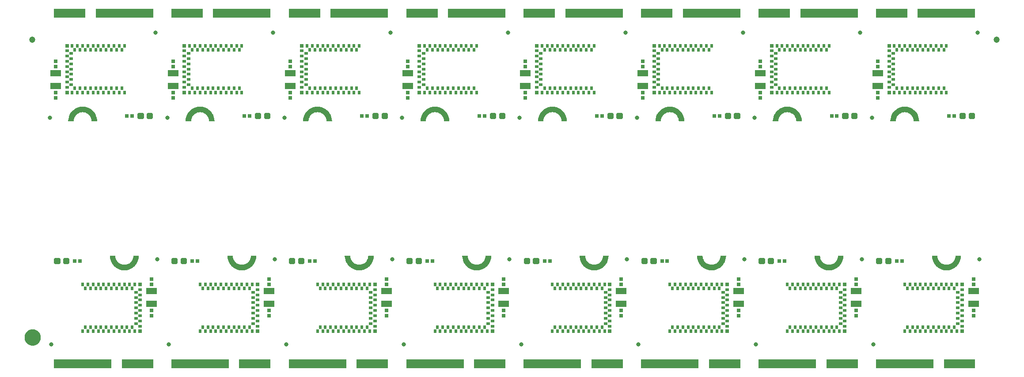
<source format=gts>
G04 EAGLE Gerber RS-274X export*
G75*
%MOMM*%
%FSLAX34Y34*%
%LPD*%
%INSoldermask Top*%
%IPPOS*%
%AMOC8*
5,1,8,0,0,1.08239X$1,22.5*%
G01*
%ADD10R,0.603200X0.803200*%
%ADD11R,0.803200X0.803200*%
%ADD12R,0.803200X0.603200*%
%ADD13R,2.003200X1.203200*%
%ADD14C,0.505344*%
%ADD15C,0.838200*%
%ADD16R,0.553200X1.653200*%
%ADD17C,0.555600*%
%ADD18C,1.203200*%
%ADD19C,1.270000*%
%ADD20C,1.703200*%

G36*
X52496Y478253D02*
X52496Y478253D01*
X52503Y478251D01*
X52563Y478272D01*
X52624Y478290D01*
X52628Y478295D01*
X52635Y478298D01*
X52674Y478348D01*
X52716Y478395D01*
X52717Y478402D01*
X52721Y478408D01*
X52738Y478480D01*
X52952Y481198D01*
X53584Y483831D01*
X54620Y486331D01*
X56034Y488639D01*
X57792Y490698D01*
X59850Y492456D01*
X62158Y493870D01*
X64659Y494906D01*
X67291Y495538D01*
X69989Y495750D01*
X72688Y495538D01*
X75320Y494906D01*
X77821Y493870D01*
X80129Y492456D01*
X82187Y490698D01*
X83945Y488639D01*
X85359Y486331D01*
X86395Y483831D01*
X87027Y481198D01*
X87241Y478480D01*
X87244Y478474D01*
X87242Y478467D01*
X87268Y478409D01*
X87291Y478350D01*
X87296Y478345D01*
X87299Y478339D01*
X87352Y478304D01*
X87403Y478266D01*
X87410Y478266D01*
X87416Y478262D01*
X87489Y478251D01*
X97489Y478251D01*
X97514Y478258D01*
X97540Y478256D01*
X97580Y478277D01*
X97624Y478290D01*
X97641Y478310D01*
X97664Y478322D01*
X97686Y478361D01*
X97716Y478395D01*
X97719Y478421D01*
X97732Y478444D01*
X97738Y478518D01*
X97458Y482431D01*
X97455Y482441D01*
X97453Y482467D01*
X96619Y486301D01*
X96614Y486309D01*
X96609Y486335D01*
X95238Y490011D01*
X95232Y490019D01*
X95223Y490043D01*
X93343Y493487D01*
X93336Y493494D01*
X93323Y493517D01*
X90972Y496658D01*
X90964Y496664D01*
X90949Y496685D01*
X88174Y499459D01*
X88166Y499464D01*
X88147Y499483D01*
X85006Y501834D01*
X84997Y501837D01*
X84976Y501853D01*
X81533Y503734D01*
X81523Y503736D01*
X81500Y503748D01*
X77824Y505120D01*
X77815Y505120D01*
X77790Y505130D01*
X73956Y505964D01*
X73946Y505963D01*
X73921Y505969D01*
X70007Y506249D01*
X69998Y506247D01*
X69972Y506249D01*
X66058Y505969D01*
X66049Y505965D01*
X66023Y505964D01*
X62189Y505130D01*
X62180Y505125D01*
X62155Y505120D01*
X58478Y503748D01*
X58471Y503743D01*
X58446Y503734D01*
X55002Y501853D01*
X54996Y501846D01*
X54972Y501834D01*
X51831Y499483D01*
X51826Y499475D01*
X51805Y499459D01*
X49030Y496685D01*
X49025Y496676D01*
X49007Y496658D01*
X46655Y493517D01*
X46652Y493508D01*
X46636Y493487D01*
X44756Y490043D01*
X44754Y490034D01*
X44741Y490011D01*
X43370Y486335D01*
X43369Y486325D01*
X43360Y486301D01*
X42526Y482467D01*
X42526Y482457D01*
X42521Y482431D01*
X42241Y478518D01*
X42246Y478492D01*
X42242Y478467D01*
X42261Y478425D01*
X42270Y478381D01*
X42289Y478363D01*
X42299Y478339D01*
X42337Y478314D01*
X42369Y478282D01*
X42394Y478276D01*
X42416Y478262D01*
X42489Y478251D01*
X52489Y478251D01*
X52496Y478253D01*
G37*
G36*
X952825Y478253D02*
X952825Y478253D01*
X952832Y478251D01*
X952891Y478272D01*
X952952Y478290D01*
X952957Y478295D01*
X952964Y478298D01*
X953002Y478348D01*
X953044Y478395D01*
X953045Y478402D01*
X953049Y478408D01*
X953066Y478480D01*
X953280Y481198D01*
X953912Y483831D01*
X954948Y486331D01*
X956362Y488639D01*
X958120Y490698D01*
X960179Y492456D01*
X962486Y493870D01*
X964987Y494906D01*
X967619Y495538D01*
X970318Y495750D01*
X973016Y495538D01*
X975648Y494906D01*
X978149Y493870D01*
X980457Y492456D01*
X982515Y490698D01*
X984273Y488639D01*
X985688Y486331D01*
X986724Y483831D01*
X987355Y481198D01*
X987569Y478480D01*
X987572Y478474D01*
X987571Y478467D01*
X987597Y478409D01*
X987619Y478350D01*
X987625Y478345D01*
X987628Y478339D01*
X987680Y478304D01*
X987731Y478266D01*
X987738Y478266D01*
X987744Y478262D01*
X987818Y478251D01*
X997818Y478251D01*
X997843Y478258D01*
X997869Y478256D01*
X997909Y478277D01*
X997952Y478290D01*
X997969Y478310D01*
X997992Y478322D01*
X998014Y478361D01*
X998044Y478395D01*
X998048Y478421D01*
X998061Y478444D01*
X998066Y478518D01*
X997787Y482431D01*
X997783Y482441D01*
X997781Y482467D01*
X996947Y486301D01*
X996943Y486309D01*
X996937Y486335D01*
X995566Y490011D01*
X995560Y490019D01*
X995551Y490043D01*
X993671Y493487D01*
X993664Y493494D01*
X993652Y493517D01*
X991300Y496658D01*
X991293Y496664D01*
X991277Y496685D01*
X988503Y499459D01*
X988494Y499464D01*
X988476Y499483D01*
X985335Y501834D01*
X985326Y501837D01*
X985305Y501853D01*
X981861Y503734D01*
X981852Y503736D01*
X981829Y503748D01*
X978153Y505120D01*
X978143Y505120D01*
X978118Y505130D01*
X974284Y505964D01*
X974275Y505963D01*
X974249Y505969D01*
X970336Y506249D01*
X970326Y506247D01*
X970300Y506249D01*
X966386Y505969D01*
X966377Y505965D01*
X966351Y505964D01*
X962517Y505130D01*
X962509Y505125D01*
X962483Y505120D01*
X958807Y503748D01*
X958799Y503743D01*
X958774Y503734D01*
X955331Y501853D01*
X955324Y501846D01*
X955301Y501834D01*
X952160Y499483D01*
X952154Y499475D01*
X952133Y499459D01*
X949358Y496685D01*
X949354Y496676D01*
X949335Y496658D01*
X946984Y493517D01*
X946980Y493508D01*
X946965Y493487D01*
X945084Y490043D01*
X945082Y490034D01*
X945069Y490011D01*
X943698Y486335D01*
X943698Y486325D01*
X943688Y486301D01*
X942854Y482467D01*
X942855Y482457D01*
X942849Y482431D01*
X942569Y478518D01*
X942575Y478492D01*
X942571Y478467D01*
X942589Y478425D01*
X942599Y478381D01*
X942617Y478363D01*
X942628Y478339D01*
X942665Y478314D01*
X942697Y478282D01*
X942723Y478276D01*
X942744Y478262D01*
X942818Y478251D01*
X952818Y478251D01*
X952825Y478253D01*
G37*
G36*
X1402989Y478253D02*
X1402989Y478253D01*
X1402996Y478251D01*
X1403055Y478272D01*
X1403116Y478290D01*
X1403121Y478295D01*
X1403128Y478298D01*
X1403167Y478348D01*
X1403208Y478395D01*
X1403209Y478402D01*
X1403214Y478408D01*
X1403230Y478480D01*
X1403444Y481198D01*
X1404076Y483831D01*
X1405112Y486331D01*
X1406526Y488639D01*
X1408284Y490698D01*
X1410343Y492456D01*
X1412651Y493870D01*
X1415151Y494906D01*
X1417784Y495538D01*
X1420482Y495750D01*
X1423180Y495538D01*
X1425813Y494906D01*
X1428313Y493870D01*
X1430621Y492456D01*
X1432680Y490698D01*
X1434438Y488639D01*
X1435852Y486331D01*
X1436888Y483831D01*
X1437520Y481198D01*
X1437734Y478480D01*
X1437736Y478474D01*
X1437735Y478467D01*
X1437761Y478409D01*
X1437783Y478350D01*
X1437789Y478345D01*
X1437792Y478339D01*
X1437845Y478304D01*
X1437895Y478266D01*
X1437903Y478266D01*
X1437909Y478262D01*
X1437982Y478251D01*
X1447982Y478251D01*
X1448007Y478258D01*
X1448033Y478256D01*
X1448073Y478277D01*
X1448116Y478290D01*
X1448133Y478310D01*
X1448156Y478322D01*
X1448178Y478361D01*
X1448208Y478395D01*
X1448212Y478421D01*
X1448225Y478444D01*
X1448231Y478518D01*
X1447951Y482431D01*
X1447947Y482441D01*
X1447946Y482467D01*
X1447112Y486301D01*
X1447107Y486309D01*
X1447102Y486335D01*
X1445730Y490011D01*
X1445725Y490019D01*
X1445716Y490043D01*
X1443835Y493487D01*
X1443828Y493494D01*
X1443816Y493517D01*
X1441465Y496658D01*
X1441457Y496664D01*
X1441441Y496685D01*
X1438667Y499459D01*
X1438658Y499464D01*
X1438640Y499483D01*
X1435499Y501834D01*
X1435490Y501837D01*
X1435469Y501853D01*
X1432025Y503734D01*
X1432016Y503736D01*
X1431993Y503748D01*
X1428317Y505120D01*
X1428307Y505120D01*
X1428283Y505130D01*
X1424449Y505964D01*
X1424439Y505963D01*
X1424413Y505969D01*
X1420500Y506249D01*
X1420490Y506247D01*
X1420464Y506249D01*
X1416551Y505969D01*
X1416541Y505965D01*
X1416515Y505964D01*
X1412681Y505130D01*
X1412673Y505125D01*
X1412647Y505120D01*
X1408971Y503748D01*
X1408963Y503743D01*
X1408939Y503734D01*
X1405495Y501853D01*
X1405488Y501846D01*
X1405465Y501834D01*
X1402324Y499483D01*
X1402318Y499475D01*
X1402297Y499459D01*
X1399523Y496685D01*
X1399518Y496676D01*
X1399499Y496658D01*
X1397148Y493517D01*
X1397145Y493508D01*
X1397129Y493487D01*
X1395248Y490043D01*
X1395246Y490034D01*
X1395234Y490011D01*
X1393862Y486335D01*
X1393862Y486325D01*
X1393852Y486301D01*
X1393018Y482467D01*
X1393019Y482457D01*
X1393013Y482431D01*
X1392733Y478518D01*
X1392739Y478492D01*
X1392735Y478467D01*
X1392753Y478425D01*
X1392763Y478381D01*
X1392781Y478363D01*
X1392792Y478339D01*
X1392830Y478314D01*
X1392861Y478282D01*
X1392887Y478276D01*
X1392909Y478262D01*
X1392982Y478251D01*
X1402982Y478251D01*
X1402989Y478253D01*
G37*
G36*
X502661Y478253D02*
X502661Y478253D01*
X502668Y478251D01*
X502727Y478272D01*
X502788Y478290D01*
X502793Y478295D01*
X502799Y478298D01*
X502838Y478348D01*
X502880Y478395D01*
X502881Y478402D01*
X502885Y478408D01*
X502902Y478480D01*
X503116Y481198D01*
X503748Y483831D01*
X504784Y486331D01*
X506198Y488639D01*
X507956Y490698D01*
X510014Y492456D01*
X512322Y493870D01*
X514823Y494906D01*
X517455Y495538D01*
X520154Y495750D01*
X522852Y495538D01*
X525484Y494906D01*
X527985Y493870D01*
X530293Y492456D01*
X532351Y490698D01*
X534109Y488639D01*
X535523Y486331D01*
X536559Y483831D01*
X537191Y481198D01*
X537405Y478480D01*
X537408Y478474D01*
X537407Y478467D01*
X537432Y478409D01*
X537455Y478350D01*
X537461Y478345D01*
X537463Y478339D01*
X537516Y478304D01*
X537567Y478266D01*
X537574Y478266D01*
X537580Y478262D01*
X537654Y478251D01*
X547654Y478251D01*
X547679Y478258D01*
X547705Y478256D01*
X547744Y478277D01*
X547788Y478290D01*
X547805Y478310D01*
X547828Y478322D01*
X547850Y478361D01*
X547880Y478395D01*
X547884Y478421D01*
X547896Y478444D01*
X547902Y478518D01*
X547622Y482431D01*
X547619Y482441D01*
X547617Y482467D01*
X546783Y486301D01*
X546779Y486309D01*
X546773Y486335D01*
X545402Y490011D01*
X545396Y490019D01*
X545387Y490043D01*
X543507Y493487D01*
X543500Y493494D01*
X543488Y493517D01*
X541136Y496658D01*
X541129Y496664D01*
X541113Y496685D01*
X538339Y499459D01*
X538330Y499464D01*
X538312Y499483D01*
X535171Y501834D01*
X535162Y501837D01*
X535141Y501853D01*
X531697Y503734D01*
X531688Y503736D01*
X531665Y503748D01*
X527988Y505120D01*
X527979Y505120D01*
X527954Y505130D01*
X524120Y505964D01*
X524111Y505963D01*
X524085Y505969D01*
X520171Y506249D01*
X520162Y506247D01*
X520136Y506249D01*
X516222Y505969D01*
X516213Y505965D01*
X516187Y505964D01*
X512353Y505130D01*
X512344Y505125D01*
X512319Y505120D01*
X508643Y503748D01*
X508635Y503743D01*
X508610Y503734D01*
X505167Y501853D01*
X505160Y501846D01*
X505137Y501834D01*
X501996Y499483D01*
X501990Y499475D01*
X501969Y499459D01*
X499194Y496685D01*
X499190Y496676D01*
X499171Y496658D01*
X496820Y493517D01*
X496816Y493508D01*
X496800Y493487D01*
X494920Y490043D01*
X494918Y490034D01*
X494905Y490011D01*
X493534Y486335D01*
X493533Y486325D01*
X493524Y486301D01*
X492690Y482467D01*
X492691Y482457D01*
X492685Y482431D01*
X492405Y478518D01*
X492410Y478492D01*
X492407Y478467D01*
X492425Y478425D01*
X492435Y478381D01*
X492453Y478363D01*
X492463Y478339D01*
X492501Y478314D01*
X492533Y478282D01*
X492558Y478276D01*
X492580Y478262D01*
X492654Y478251D01*
X502654Y478251D01*
X502661Y478253D01*
G37*
G36*
X277591Y478253D02*
X277591Y478253D01*
X277598Y478251D01*
X277657Y478272D01*
X277718Y478290D01*
X277723Y478295D01*
X277730Y478298D01*
X277769Y478348D01*
X277810Y478395D01*
X277811Y478402D01*
X277816Y478408D01*
X277833Y478480D01*
X278047Y481198D01*
X278679Y483831D01*
X279714Y486331D01*
X281129Y488639D01*
X282887Y490698D01*
X284945Y492456D01*
X287253Y493870D01*
X289754Y494906D01*
X292386Y495538D01*
X295084Y495750D01*
X297783Y495538D01*
X300415Y494906D01*
X302916Y493870D01*
X305224Y492456D01*
X307282Y490698D01*
X309040Y488639D01*
X310454Y486331D01*
X311490Y483831D01*
X312122Y481198D01*
X312336Y478480D01*
X312338Y478474D01*
X312337Y478467D01*
X312363Y478409D01*
X312385Y478350D01*
X312391Y478345D01*
X312394Y478339D01*
X312447Y478304D01*
X312497Y478266D01*
X312505Y478266D01*
X312511Y478262D01*
X312584Y478251D01*
X322584Y478251D01*
X322609Y478258D01*
X322635Y478256D01*
X322675Y478277D01*
X322718Y478290D01*
X322736Y478310D01*
X322758Y478322D01*
X322781Y478361D01*
X322810Y478395D01*
X322814Y478421D01*
X322827Y478444D01*
X322833Y478518D01*
X322553Y482431D01*
X322550Y482441D01*
X322548Y482467D01*
X321714Y486301D01*
X321709Y486309D01*
X321704Y486335D01*
X320333Y490011D01*
X320327Y490019D01*
X320318Y490043D01*
X318437Y493487D01*
X318431Y493494D01*
X318418Y493517D01*
X316067Y496658D01*
X316059Y496664D01*
X316044Y496685D01*
X313269Y499459D01*
X313261Y499464D01*
X313242Y499483D01*
X310101Y501834D01*
X310092Y501837D01*
X310071Y501853D01*
X306628Y503734D01*
X306618Y503736D01*
X306595Y503748D01*
X302919Y505120D01*
X302909Y505120D01*
X302885Y505130D01*
X299051Y505964D01*
X299041Y505963D01*
X299016Y505969D01*
X295102Y506249D01*
X295093Y506247D01*
X295066Y506249D01*
X291153Y505969D01*
X291144Y505965D01*
X291118Y505964D01*
X287284Y505130D01*
X287275Y505125D01*
X287249Y505120D01*
X283573Y503748D01*
X283565Y503743D01*
X283541Y503734D01*
X280097Y501853D01*
X280090Y501846D01*
X280067Y501834D01*
X276926Y499483D01*
X276920Y499475D01*
X276899Y499459D01*
X274125Y496685D01*
X274120Y496676D01*
X274102Y496658D01*
X271750Y493517D01*
X271747Y493508D01*
X271731Y493487D01*
X269851Y490043D01*
X269849Y490034D01*
X269836Y490011D01*
X268465Y486335D01*
X268464Y486325D01*
X268455Y486301D01*
X267621Y482467D01*
X267621Y482457D01*
X267615Y482431D01*
X267336Y478518D01*
X267341Y478492D01*
X267337Y478467D01*
X267356Y478425D01*
X267365Y478381D01*
X267383Y478363D01*
X267394Y478339D01*
X267432Y478314D01*
X267464Y478282D01*
X267489Y478276D01*
X267511Y478262D01*
X267584Y478251D01*
X277584Y478251D01*
X277591Y478253D01*
G37*
G36*
X1177920Y478253D02*
X1177920Y478253D01*
X1177927Y478251D01*
X1177986Y478272D01*
X1178047Y478290D01*
X1178052Y478295D01*
X1178058Y478298D01*
X1178097Y478348D01*
X1178139Y478395D01*
X1178140Y478402D01*
X1178144Y478408D01*
X1178161Y478480D01*
X1178375Y481198D01*
X1179007Y483831D01*
X1180043Y486331D01*
X1181457Y488639D01*
X1183215Y490698D01*
X1185273Y492456D01*
X1187581Y493870D01*
X1190082Y494906D01*
X1192714Y495538D01*
X1195413Y495750D01*
X1198111Y495538D01*
X1200743Y494906D01*
X1203244Y493870D01*
X1205552Y492456D01*
X1207610Y490698D01*
X1209368Y488639D01*
X1210782Y486331D01*
X1211818Y483831D01*
X1212450Y481198D01*
X1212664Y478480D01*
X1212667Y478474D01*
X1212666Y478467D01*
X1212691Y478409D01*
X1212714Y478350D01*
X1212720Y478345D01*
X1212722Y478339D01*
X1212775Y478304D01*
X1212826Y478266D01*
X1212833Y478266D01*
X1212839Y478262D01*
X1212913Y478251D01*
X1222913Y478251D01*
X1222938Y478258D01*
X1222964Y478256D01*
X1223003Y478277D01*
X1223047Y478290D01*
X1223064Y478310D01*
X1223087Y478322D01*
X1223109Y478361D01*
X1223139Y478395D01*
X1223143Y478421D01*
X1223155Y478444D01*
X1223161Y478518D01*
X1222881Y482431D01*
X1222878Y482441D01*
X1222876Y482467D01*
X1222042Y486301D01*
X1222038Y486309D01*
X1222032Y486335D01*
X1220661Y490011D01*
X1220655Y490019D01*
X1220646Y490043D01*
X1218766Y493487D01*
X1218759Y493494D01*
X1218747Y493517D01*
X1216395Y496658D01*
X1216388Y496664D01*
X1216372Y496685D01*
X1213598Y499459D01*
X1213589Y499464D01*
X1213571Y499483D01*
X1210430Y501834D01*
X1210421Y501837D01*
X1210400Y501853D01*
X1206956Y503734D01*
X1206947Y503736D01*
X1206924Y503748D01*
X1203247Y505120D01*
X1203238Y505120D01*
X1203213Y505130D01*
X1199379Y505964D01*
X1199370Y505963D01*
X1199344Y505969D01*
X1195430Y506249D01*
X1195421Y506247D01*
X1195395Y506249D01*
X1191481Y505969D01*
X1191472Y505965D01*
X1191446Y505964D01*
X1187612Y505130D01*
X1187603Y505125D01*
X1187578Y505120D01*
X1183902Y503748D01*
X1183894Y503743D01*
X1183869Y503734D01*
X1180426Y501853D01*
X1180419Y501846D01*
X1180396Y501834D01*
X1177255Y499483D01*
X1177249Y499475D01*
X1177228Y499459D01*
X1174453Y496685D01*
X1174449Y496676D01*
X1174430Y496658D01*
X1172079Y493517D01*
X1172075Y493508D01*
X1172059Y493487D01*
X1170179Y490043D01*
X1170177Y490034D01*
X1170164Y490011D01*
X1168793Y486335D01*
X1168792Y486325D01*
X1168783Y486301D01*
X1167949Y482467D01*
X1167950Y482457D01*
X1167944Y482431D01*
X1167664Y478518D01*
X1167669Y478492D01*
X1167666Y478467D01*
X1167684Y478425D01*
X1167694Y478381D01*
X1167712Y478363D01*
X1167722Y478339D01*
X1167760Y478314D01*
X1167792Y478282D01*
X1167817Y478276D01*
X1167839Y478262D01*
X1167913Y478251D01*
X1177913Y478251D01*
X1177920Y478253D01*
G37*
G36*
X727755Y478253D02*
X727755Y478253D01*
X727762Y478251D01*
X727822Y478272D01*
X727883Y478290D01*
X727887Y478295D01*
X727894Y478298D01*
X727933Y478348D01*
X727975Y478395D01*
X727976Y478402D01*
X727980Y478408D01*
X727997Y478480D01*
X728211Y481198D01*
X728843Y483831D01*
X729879Y486331D01*
X731293Y488639D01*
X733051Y490698D01*
X735109Y492456D01*
X737417Y493870D01*
X739918Y494906D01*
X742550Y495538D01*
X745248Y495750D01*
X747947Y495538D01*
X750579Y494906D01*
X753080Y493870D01*
X755388Y492456D01*
X757446Y490698D01*
X759204Y488639D01*
X760618Y486331D01*
X761654Y483831D01*
X762286Y481198D01*
X762500Y478480D01*
X762503Y478474D01*
X762501Y478467D01*
X762527Y478409D01*
X762550Y478350D01*
X762555Y478345D01*
X762558Y478339D01*
X762611Y478304D01*
X762662Y478266D01*
X762669Y478266D01*
X762675Y478262D01*
X762748Y478251D01*
X772748Y478251D01*
X772773Y478258D01*
X772799Y478256D01*
X772839Y478277D01*
X772883Y478290D01*
X772900Y478310D01*
X772923Y478322D01*
X772945Y478361D01*
X772975Y478395D01*
X772978Y478421D01*
X772991Y478444D01*
X772997Y478518D01*
X772717Y482431D01*
X772714Y482441D01*
X772712Y482467D01*
X771878Y486301D01*
X771873Y486309D01*
X771868Y486335D01*
X770497Y490011D01*
X770491Y490019D01*
X770482Y490043D01*
X768602Y493487D01*
X768595Y493494D01*
X768582Y493517D01*
X766231Y496658D01*
X766223Y496664D01*
X766208Y496685D01*
X763433Y499459D01*
X763425Y499464D01*
X763406Y499483D01*
X760265Y501834D01*
X760256Y501837D01*
X760235Y501853D01*
X756792Y503734D01*
X756782Y503736D01*
X756759Y503748D01*
X753083Y505120D01*
X753074Y505120D01*
X753049Y505130D01*
X749215Y505964D01*
X749205Y505963D01*
X749180Y505969D01*
X745266Y506249D01*
X745257Y506247D01*
X745231Y506249D01*
X741317Y505969D01*
X741308Y505965D01*
X741282Y505964D01*
X737448Y505130D01*
X737439Y505125D01*
X737414Y505120D01*
X733737Y503748D01*
X733730Y503743D01*
X733705Y503734D01*
X730261Y501853D01*
X730255Y501846D01*
X730231Y501834D01*
X727090Y499483D01*
X727085Y499475D01*
X727064Y499459D01*
X724289Y496685D01*
X724284Y496676D01*
X724266Y496658D01*
X721914Y493517D01*
X721911Y493508D01*
X721895Y493487D01*
X720015Y490043D01*
X720013Y490034D01*
X720000Y490011D01*
X718629Y486335D01*
X718628Y486325D01*
X718619Y486301D01*
X717785Y482467D01*
X717785Y482457D01*
X717780Y482431D01*
X717500Y478518D01*
X717505Y478492D01*
X717501Y478467D01*
X717520Y478425D01*
X717529Y478381D01*
X717548Y478363D01*
X717558Y478339D01*
X717596Y478314D01*
X717628Y478282D01*
X717653Y478276D01*
X717675Y478262D01*
X717748Y478251D01*
X727748Y478251D01*
X727755Y478253D01*
G37*
G36*
X1628058Y478253D02*
X1628058Y478253D01*
X1628065Y478251D01*
X1628125Y478272D01*
X1628186Y478290D01*
X1628190Y478295D01*
X1628197Y478298D01*
X1628236Y478348D01*
X1628278Y478395D01*
X1628279Y478402D01*
X1628283Y478408D01*
X1628300Y478480D01*
X1628514Y481198D01*
X1629146Y483831D01*
X1630182Y486331D01*
X1631596Y488639D01*
X1633354Y490698D01*
X1635412Y492456D01*
X1637720Y493870D01*
X1640221Y494906D01*
X1642853Y495538D01*
X1645551Y495750D01*
X1648250Y495538D01*
X1650882Y494906D01*
X1653383Y493870D01*
X1655691Y492456D01*
X1657749Y490698D01*
X1659507Y488639D01*
X1660921Y486331D01*
X1661957Y483831D01*
X1662589Y481198D01*
X1662803Y478480D01*
X1662806Y478474D01*
X1662804Y478467D01*
X1662830Y478409D01*
X1662853Y478350D01*
X1662858Y478345D01*
X1662861Y478339D01*
X1662914Y478304D01*
X1662965Y478266D01*
X1662972Y478266D01*
X1662978Y478262D01*
X1663051Y478251D01*
X1673051Y478251D01*
X1673076Y478258D01*
X1673102Y478256D01*
X1673142Y478277D01*
X1673186Y478290D01*
X1673203Y478310D01*
X1673226Y478322D01*
X1673248Y478361D01*
X1673278Y478395D01*
X1673281Y478421D01*
X1673294Y478444D01*
X1673300Y478518D01*
X1673020Y482431D01*
X1673017Y482441D01*
X1673015Y482467D01*
X1672181Y486301D01*
X1672176Y486309D01*
X1672171Y486335D01*
X1670800Y490011D01*
X1670794Y490019D01*
X1670785Y490043D01*
X1668905Y493487D01*
X1668898Y493494D01*
X1668885Y493517D01*
X1666534Y496658D01*
X1666526Y496664D01*
X1666511Y496685D01*
X1663736Y499459D01*
X1663728Y499464D01*
X1663709Y499483D01*
X1660568Y501834D01*
X1660559Y501837D01*
X1660538Y501853D01*
X1657095Y503734D01*
X1657085Y503736D01*
X1657062Y503748D01*
X1653386Y505120D01*
X1653377Y505120D01*
X1653352Y505130D01*
X1649518Y505964D01*
X1649508Y505963D01*
X1649483Y505969D01*
X1645569Y506249D01*
X1645560Y506247D01*
X1645534Y506249D01*
X1641620Y505969D01*
X1641611Y505965D01*
X1641585Y505964D01*
X1637751Y505130D01*
X1637742Y505125D01*
X1637717Y505120D01*
X1634040Y503748D01*
X1634033Y503743D01*
X1634008Y503734D01*
X1630564Y501853D01*
X1630558Y501846D01*
X1630534Y501834D01*
X1627393Y499483D01*
X1627388Y499475D01*
X1627367Y499459D01*
X1624592Y496685D01*
X1624587Y496676D01*
X1624569Y496658D01*
X1622217Y493517D01*
X1622214Y493508D01*
X1622198Y493487D01*
X1620318Y490043D01*
X1620316Y490034D01*
X1620303Y490011D01*
X1618932Y486335D01*
X1618931Y486325D01*
X1618922Y486301D01*
X1618088Y482467D01*
X1618088Y482457D01*
X1618083Y482431D01*
X1617803Y478518D01*
X1617808Y478492D01*
X1617804Y478467D01*
X1617823Y478425D01*
X1617832Y478381D01*
X1617851Y478363D01*
X1617861Y478339D01*
X1617899Y478314D01*
X1617931Y478282D01*
X1617956Y478276D01*
X1617978Y478262D01*
X1618051Y478251D01*
X1628051Y478251D01*
X1628058Y478253D01*
G37*
G36*
X1729493Y192531D02*
X1729493Y192531D01*
X1729503Y192535D01*
X1729529Y192536D01*
X1733363Y193370D01*
X1733371Y193375D01*
X1733397Y193380D01*
X1737073Y194752D01*
X1737081Y194757D01*
X1737105Y194766D01*
X1740549Y196647D01*
X1740556Y196654D01*
X1740579Y196666D01*
X1743720Y199017D01*
X1743726Y199025D01*
X1743747Y199041D01*
X1746521Y201815D01*
X1746526Y201824D01*
X1746545Y201842D01*
X1748896Y204983D01*
X1748899Y204992D01*
X1748915Y205013D01*
X1750796Y208457D01*
X1750798Y208466D01*
X1750810Y208489D01*
X1752182Y212165D01*
X1752182Y212175D01*
X1752192Y212199D01*
X1753026Y216033D01*
X1753025Y216043D01*
X1753031Y216069D01*
X1753311Y219982D01*
X1753305Y220008D01*
X1753309Y220033D01*
X1753291Y220075D01*
X1753281Y220119D01*
X1753263Y220137D01*
X1753252Y220161D01*
X1753214Y220186D01*
X1753183Y220218D01*
X1753157Y220224D01*
X1753136Y220238D01*
X1753062Y220249D01*
X1743062Y220249D01*
X1743055Y220247D01*
X1743048Y220249D01*
X1742989Y220228D01*
X1742928Y220210D01*
X1742923Y220205D01*
X1742916Y220202D01*
X1742878Y220152D01*
X1742836Y220105D01*
X1742835Y220098D01*
X1742830Y220092D01*
X1742814Y220020D01*
X1742600Y217302D01*
X1741968Y214669D01*
X1740932Y212169D01*
X1739518Y209861D01*
X1737760Y207802D01*
X1735701Y206044D01*
X1733393Y204630D01*
X1730893Y203594D01*
X1728260Y202962D01*
X1725562Y202750D01*
X1722864Y202962D01*
X1720231Y203594D01*
X1717731Y204630D01*
X1715423Y206044D01*
X1713364Y207802D01*
X1711606Y209861D01*
X1710192Y212169D01*
X1709156Y214669D01*
X1708524Y217302D01*
X1708310Y220020D01*
X1708308Y220026D01*
X1708309Y220033D01*
X1708283Y220091D01*
X1708261Y220150D01*
X1708255Y220155D01*
X1708252Y220161D01*
X1708199Y220196D01*
X1708149Y220234D01*
X1708142Y220234D01*
X1708136Y220238D01*
X1708062Y220249D01*
X1698062Y220249D01*
X1698037Y220242D01*
X1698011Y220244D01*
X1697971Y220223D01*
X1697928Y220210D01*
X1697911Y220190D01*
X1697888Y220178D01*
X1697866Y220139D01*
X1697836Y220105D01*
X1697832Y220079D01*
X1697819Y220056D01*
X1697813Y219982D01*
X1698093Y216069D01*
X1698097Y216059D01*
X1698098Y216033D01*
X1698932Y212199D01*
X1698937Y212191D01*
X1698942Y212165D01*
X1700314Y208489D01*
X1700319Y208481D01*
X1700328Y208457D01*
X1702209Y205013D01*
X1702216Y205006D01*
X1702228Y204983D01*
X1704579Y201842D01*
X1704587Y201836D01*
X1704603Y201815D01*
X1707377Y199041D01*
X1707386Y199036D01*
X1707404Y199017D01*
X1710545Y196666D01*
X1710554Y196663D01*
X1710575Y196647D01*
X1714019Y194766D01*
X1714028Y194764D01*
X1714051Y194752D01*
X1717727Y193380D01*
X1717737Y193380D01*
X1717761Y193370D01*
X1721595Y192536D01*
X1721605Y192537D01*
X1721631Y192531D01*
X1725544Y192251D01*
X1725554Y192253D01*
X1725580Y192251D01*
X1729493Y192531D01*
G37*
G36*
X1054260Y192531D02*
X1054260Y192531D01*
X1054269Y192535D01*
X1054295Y192536D01*
X1058129Y193370D01*
X1058138Y193375D01*
X1058163Y193380D01*
X1061839Y194752D01*
X1061847Y194757D01*
X1061872Y194766D01*
X1065315Y196647D01*
X1065322Y196654D01*
X1065345Y196666D01*
X1068486Y199017D01*
X1068492Y199025D01*
X1068513Y199041D01*
X1071288Y201815D01*
X1071292Y201824D01*
X1071311Y201842D01*
X1073662Y204983D01*
X1073666Y204992D01*
X1073682Y205013D01*
X1075562Y208457D01*
X1075564Y208466D01*
X1075577Y208489D01*
X1076948Y212165D01*
X1076949Y212175D01*
X1076958Y212199D01*
X1077792Y216033D01*
X1077791Y216043D01*
X1077797Y216069D01*
X1078077Y219982D01*
X1078072Y220008D01*
X1078075Y220033D01*
X1078057Y220075D01*
X1078048Y220119D01*
X1078029Y220137D01*
X1078019Y220161D01*
X1077981Y220186D01*
X1077949Y220218D01*
X1077924Y220224D01*
X1077902Y220238D01*
X1077828Y220249D01*
X1067828Y220249D01*
X1067821Y220247D01*
X1067814Y220249D01*
X1067755Y220228D01*
X1067694Y220210D01*
X1067689Y220205D01*
X1067683Y220202D01*
X1067644Y220152D01*
X1067602Y220105D01*
X1067601Y220098D01*
X1067597Y220092D01*
X1067580Y220020D01*
X1067366Y217302D01*
X1066734Y214669D01*
X1065698Y212169D01*
X1064284Y209861D01*
X1062526Y207802D01*
X1060468Y206044D01*
X1058160Y204630D01*
X1055659Y203594D01*
X1053027Y202962D01*
X1050328Y202750D01*
X1047630Y202962D01*
X1044998Y203594D01*
X1042497Y204630D01*
X1040189Y206044D01*
X1038131Y207802D01*
X1036373Y209861D01*
X1034959Y212169D01*
X1033923Y214669D01*
X1033291Y217302D01*
X1033077Y220020D01*
X1033074Y220026D01*
X1033075Y220033D01*
X1033050Y220091D01*
X1033027Y220150D01*
X1033022Y220155D01*
X1033019Y220161D01*
X1032966Y220196D01*
X1032915Y220234D01*
X1032908Y220234D01*
X1032902Y220238D01*
X1032828Y220249D01*
X1022828Y220249D01*
X1022803Y220242D01*
X1022777Y220244D01*
X1022738Y220223D01*
X1022694Y220210D01*
X1022677Y220190D01*
X1022654Y220178D01*
X1022632Y220139D01*
X1022602Y220105D01*
X1022598Y220079D01*
X1022586Y220056D01*
X1022580Y219982D01*
X1022860Y216069D01*
X1022863Y216059D01*
X1022865Y216033D01*
X1023699Y212199D01*
X1023703Y212191D01*
X1023709Y212165D01*
X1025080Y208489D01*
X1025086Y208481D01*
X1025095Y208457D01*
X1026975Y205013D01*
X1026982Y205006D01*
X1026994Y204983D01*
X1029346Y201842D01*
X1029354Y201836D01*
X1029369Y201815D01*
X1032144Y199041D01*
X1032152Y199036D01*
X1032170Y199017D01*
X1035311Y196666D01*
X1035321Y196663D01*
X1035341Y196647D01*
X1038785Y194766D01*
X1038794Y194764D01*
X1038817Y194752D01*
X1042494Y193380D01*
X1042503Y193380D01*
X1042528Y193370D01*
X1046362Y192536D01*
X1046371Y192537D01*
X1046397Y192531D01*
X1050311Y192251D01*
X1050320Y192253D01*
X1050346Y192251D01*
X1054260Y192531D01*
G37*
G36*
X829165Y192531D02*
X829165Y192531D01*
X829174Y192535D01*
X829200Y192536D01*
X833034Y193370D01*
X833043Y193375D01*
X833068Y193380D01*
X836745Y194752D01*
X836752Y194757D01*
X836777Y194766D01*
X840221Y196647D01*
X840227Y196654D01*
X840251Y196666D01*
X843392Y199017D01*
X843397Y199025D01*
X843419Y199041D01*
X846193Y201815D01*
X846198Y201824D01*
X846216Y201842D01*
X848568Y204983D01*
X848571Y204992D01*
X848587Y205013D01*
X850467Y208457D01*
X850469Y208466D01*
X850482Y208489D01*
X851853Y212165D01*
X851854Y212175D01*
X851863Y212199D01*
X852697Y216033D01*
X852697Y216043D01*
X852702Y216069D01*
X852982Y219982D01*
X852977Y220008D01*
X852981Y220033D01*
X852962Y220075D01*
X852953Y220119D01*
X852934Y220137D01*
X852924Y220161D01*
X852886Y220186D01*
X852854Y220218D01*
X852829Y220224D01*
X852807Y220238D01*
X852734Y220249D01*
X842734Y220249D01*
X842727Y220247D01*
X842720Y220249D01*
X842660Y220228D01*
X842599Y220210D01*
X842595Y220205D01*
X842588Y220202D01*
X842549Y220152D01*
X842507Y220105D01*
X842506Y220098D01*
X842502Y220092D01*
X842485Y220020D01*
X842271Y217302D01*
X841639Y214669D01*
X840603Y212169D01*
X839189Y209861D01*
X837431Y207802D01*
X835373Y206044D01*
X833065Y204630D01*
X830564Y203594D01*
X827932Y202962D01*
X825234Y202750D01*
X822535Y202962D01*
X819903Y203594D01*
X817402Y204630D01*
X815094Y206044D01*
X813036Y207802D01*
X811278Y209861D01*
X809864Y212169D01*
X808828Y214669D01*
X808196Y217302D01*
X807982Y220020D01*
X807980Y220026D01*
X807981Y220033D01*
X807955Y220091D01*
X807932Y220150D01*
X807927Y220155D01*
X807924Y220161D01*
X807871Y220196D01*
X807820Y220234D01*
X807813Y220234D01*
X807807Y220238D01*
X807734Y220249D01*
X797734Y220249D01*
X797709Y220242D01*
X797683Y220244D01*
X797643Y220223D01*
X797599Y220210D01*
X797582Y220190D01*
X797559Y220178D01*
X797537Y220139D01*
X797507Y220105D01*
X797504Y220079D01*
X797491Y220056D01*
X797485Y219982D01*
X797765Y216069D01*
X797768Y216059D01*
X797770Y216033D01*
X798604Y212199D01*
X798609Y212191D01*
X798614Y212165D01*
X799985Y208489D01*
X799991Y208481D01*
X800000Y208457D01*
X801880Y205013D01*
X801887Y205006D01*
X801900Y204983D01*
X804251Y201842D01*
X804259Y201836D01*
X804274Y201815D01*
X807049Y199041D01*
X807057Y199036D01*
X807076Y199017D01*
X810217Y196666D01*
X810226Y196663D01*
X810247Y196647D01*
X813690Y194766D01*
X813700Y194764D01*
X813723Y194752D01*
X817399Y193380D01*
X817409Y193380D01*
X817433Y193370D01*
X821267Y192536D01*
X821277Y192537D01*
X821302Y192531D01*
X825216Y192251D01*
X825225Y192253D01*
X825251Y192251D01*
X829165Y192531D01*
G37*
G36*
X1279329Y192531D02*
X1279329Y192531D01*
X1279338Y192535D01*
X1279364Y192536D01*
X1283198Y193370D01*
X1283207Y193375D01*
X1283233Y193380D01*
X1286909Y194752D01*
X1286917Y194757D01*
X1286941Y194766D01*
X1290385Y196647D01*
X1290392Y196654D01*
X1290415Y196666D01*
X1293556Y199017D01*
X1293562Y199025D01*
X1293583Y199041D01*
X1296357Y201815D01*
X1296362Y201824D01*
X1296380Y201842D01*
X1298732Y204983D01*
X1298735Y204992D01*
X1298751Y205013D01*
X1300631Y208457D01*
X1300634Y208466D01*
X1300646Y208489D01*
X1302017Y212165D01*
X1302018Y212175D01*
X1302027Y212199D01*
X1302861Y216033D01*
X1302861Y216043D01*
X1302867Y216069D01*
X1303146Y219982D01*
X1303141Y220008D01*
X1303145Y220033D01*
X1303126Y220075D01*
X1303117Y220119D01*
X1303099Y220137D01*
X1303088Y220161D01*
X1303050Y220186D01*
X1303018Y220218D01*
X1302993Y220224D01*
X1302971Y220238D01*
X1302898Y220249D01*
X1292898Y220249D01*
X1292891Y220247D01*
X1292884Y220249D01*
X1292825Y220228D01*
X1292764Y220210D01*
X1292759Y220205D01*
X1292752Y220202D01*
X1292713Y220152D01*
X1292672Y220105D01*
X1292671Y220098D01*
X1292666Y220092D01*
X1292649Y220020D01*
X1292435Y217302D01*
X1291804Y214669D01*
X1290768Y212169D01*
X1289353Y209861D01*
X1287595Y207802D01*
X1285537Y206044D01*
X1283229Y204630D01*
X1280728Y203594D01*
X1278096Y202962D01*
X1275398Y202750D01*
X1272699Y202962D01*
X1270067Y203594D01*
X1267566Y204630D01*
X1265259Y206044D01*
X1263200Y207802D01*
X1261442Y209861D01*
X1260028Y212169D01*
X1258992Y214669D01*
X1258360Y217302D01*
X1258146Y220020D01*
X1258144Y220026D01*
X1258145Y220033D01*
X1258119Y220091D01*
X1258097Y220150D01*
X1258091Y220155D01*
X1258088Y220161D01*
X1258035Y220196D01*
X1257985Y220234D01*
X1257977Y220234D01*
X1257971Y220238D01*
X1257898Y220249D01*
X1247898Y220249D01*
X1247873Y220242D01*
X1247847Y220244D01*
X1247807Y220223D01*
X1247764Y220210D01*
X1247746Y220190D01*
X1247724Y220178D01*
X1247701Y220139D01*
X1247672Y220105D01*
X1247668Y220079D01*
X1247655Y220056D01*
X1247649Y219982D01*
X1247929Y216069D01*
X1247932Y216059D01*
X1247934Y216033D01*
X1248768Y212199D01*
X1248773Y212191D01*
X1248778Y212165D01*
X1250149Y208489D01*
X1250155Y208481D01*
X1250164Y208457D01*
X1252045Y205013D01*
X1252051Y205006D01*
X1252064Y204983D01*
X1254415Y201842D01*
X1254423Y201836D01*
X1254438Y201815D01*
X1257213Y199041D01*
X1257221Y199036D01*
X1257240Y199017D01*
X1260381Y196666D01*
X1260390Y196663D01*
X1260411Y196647D01*
X1263854Y194766D01*
X1263864Y194764D01*
X1263887Y194752D01*
X1267563Y193380D01*
X1267573Y193380D01*
X1267597Y193370D01*
X1271431Y192536D01*
X1271441Y192537D01*
X1271466Y192531D01*
X1275380Y192251D01*
X1275390Y192253D01*
X1275416Y192251D01*
X1279329Y192531D01*
G37*
G36*
X1504424Y192531D02*
X1504424Y192531D01*
X1504433Y192535D01*
X1504459Y192536D01*
X1508293Y193370D01*
X1508302Y193375D01*
X1508327Y193380D01*
X1512004Y194752D01*
X1512011Y194757D01*
X1512036Y194766D01*
X1515480Y196647D01*
X1515486Y196654D01*
X1515510Y196666D01*
X1518651Y199017D01*
X1518656Y199025D01*
X1518678Y199041D01*
X1521452Y201815D01*
X1521457Y201824D01*
X1521475Y201842D01*
X1523827Y204983D01*
X1523830Y204992D01*
X1523846Y205013D01*
X1525726Y208457D01*
X1525728Y208466D01*
X1525741Y208489D01*
X1527112Y212165D01*
X1527113Y212175D01*
X1527122Y212199D01*
X1527956Y216033D01*
X1527956Y216043D01*
X1527961Y216069D01*
X1528241Y219982D01*
X1528236Y220008D01*
X1528240Y220033D01*
X1528221Y220075D01*
X1528212Y220119D01*
X1528193Y220137D01*
X1528183Y220161D01*
X1528145Y220186D01*
X1528113Y220218D01*
X1528088Y220224D01*
X1528066Y220238D01*
X1527993Y220249D01*
X1517993Y220249D01*
X1517986Y220247D01*
X1517979Y220249D01*
X1517919Y220228D01*
X1517858Y220210D01*
X1517854Y220205D01*
X1517847Y220202D01*
X1517808Y220152D01*
X1517766Y220105D01*
X1517765Y220098D01*
X1517761Y220092D01*
X1517744Y220020D01*
X1517530Y217302D01*
X1516898Y214669D01*
X1515862Y212169D01*
X1514448Y209861D01*
X1512690Y207802D01*
X1510632Y206044D01*
X1508324Y204630D01*
X1505823Y203594D01*
X1503191Y202962D01*
X1500493Y202750D01*
X1497794Y202962D01*
X1495162Y203594D01*
X1492661Y204630D01*
X1490353Y206044D01*
X1488295Y207802D01*
X1486537Y209861D01*
X1485123Y212169D01*
X1484087Y214669D01*
X1483455Y217302D01*
X1483241Y220020D01*
X1483239Y220026D01*
X1483240Y220033D01*
X1483214Y220091D01*
X1483191Y220150D01*
X1483186Y220155D01*
X1483183Y220161D01*
X1483130Y220196D01*
X1483079Y220234D01*
X1483072Y220234D01*
X1483066Y220238D01*
X1482993Y220249D01*
X1472993Y220249D01*
X1472968Y220242D01*
X1472942Y220244D01*
X1472902Y220223D01*
X1472858Y220210D01*
X1472841Y220190D01*
X1472818Y220178D01*
X1472796Y220139D01*
X1472766Y220105D01*
X1472763Y220079D01*
X1472750Y220056D01*
X1472744Y219982D01*
X1473024Y216069D01*
X1473027Y216059D01*
X1473029Y216033D01*
X1473863Y212199D01*
X1473868Y212191D01*
X1473873Y212165D01*
X1475244Y208489D01*
X1475250Y208481D01*
X1475259Y208457D01*
X1477139Y205013D01*
X1477146Y205006D01*
X1477159Y204983D01*
X1479510Y201842D01*
X1479518Y201836D01*
X1479533Y201815D01*
X1482308Y199041D01*
X1482316Y199036D01*
X1482335Y199017D01*
X1485476Y196666D01*
X1485485Y196663D01*
X1485506Y196647D01*
X1488949Y194766D01*
X1488959Y194764D01*
X1488982Y194752D01*
X1492658Y193380D01*
X1492668Y193380D01*
X1492692Y193370D01*
X1496526Y192536D01*
X1496536Y192537D01*
X1496561Y192531D01*
X1500475Y192251D01*
X1500484Y192253D01*
X1500510Y192251D01*
X1504424Y192531D01*
G37*
G36*
X604096Y192531D02*
X604096Y192531D01*
X604105Y192535D01*
X604131Y192536D01*
X607965Y193370D01*
X607973Y193375D01*
X607999Y193380D01*
X611675Y194752D01*
X611683Y194757D01*
X611708Y194766D01*
X615151Y196647D01*
X615158Y196654D01*
X615181Y196666D01*
X618322Y199017D01*
X618328Y199025D01*
X618349Y199041D01*
X621124Y201815D01*
X621128Y201824D01*
X621147Y201842D01*
X623498Y204983D01*
X623502Y204992D01*
X623517Y205013D01*
X625398Y208457D01*
X625400Y208466D01*
X625413Y208489D01*
X626784Y212165D01*
X626784Y212175D01*
X626794Y212199D01*
X627628Y216033D01*
X627627Y216043D01*
X627633Y216069D01*
X627913Y219982D01*
X627907Y220008D01*
X627911Y220033D01*
X627893Y220075D01*
X627883Y220119D01*
X627865Y220137D01*
X627854Y220161D01*
X627817Y220186D01*
X627785Y220218D01*
X627759Y220224D01*
X627738Y220238D01*
X627664Y220249D01*
X617664Y220249D01*
X617657Y220247D01*
X617650Y220249D01*
X617591Y220228D01*
X617530Y220210D01*
X617525Y220205D01*
X617518Y220202D01*
X617480Y220152D01*
X617438Y220105D01*
X617437Y220098D01*
X617433Y220092D01*
X617416Y220020D01*
X617202Y217302D01*
X616570Y214669D01*
X615534Y212169D01*
X614120Y209861D01*
X612362Y207802D01*
X610304Y206044D01*
X607996Y204630D01*
X605495Y203594D01*
X602863Y202962D01*
X600164Y202750D01*
X597466Y202962D01*
X594834Y203594D01*
X592333Y204630D01*
X590025Y206044D01*
X587967Y207802D01*
X586209Y209861D01*
X584794Y212169D01*
X583759Y214669D01*
X583127Y217302D01*
X582913Y220020D01*
X582910Y220026D01*
X582911Y220033D01*
X582885Y220091D01*
X582863Y220150D01*
X582857Y220155D01*
X582854Y220161D01*
X582802Y220196D01*
X582751Y220234D01*
X582744Y220234D01*
X582738Y220238D01*
X582664Y220249D01*
X572664Y220249D01*
X572639Y220242D01*
X572613Y220244D01*
X572573Y220223D01*
X572530Y220210D01*
X572513Y220190D01*
X572490Y220178D01*
X572468Y220139D01*
X572438Y220105D01*
X572434Y220079D01*
X572421Y220056D01*
X572416Y219982D01*
X572695Y216069D01*
X572699Y216059D01*
X572701Y216033D01*
X573535Y212199D01*
X573539Y212191D01*
X573545Y212165D01*
X574916Y208489D01*
X574922Y208481D01*
X574931Y208457D01*
X576811Y205013D01*
X576818Y205006D01*
X576830Y204983D01*
X579182Y201842D01*
X579189Y201836D01*
X579205Y201815D01*
X581979Y199041D01*
X581988Y199036D01*
X582006Y199017D01*
X585147Y196666D01*
X585156Y196663D01*
X585177Y196647D01*
X588621Y194766D01*
X588630Y194764D01*
X588653Y194752D01*
X592329Y193380D01*
X592339Y193380D01*
X592364Y193370D01*
X596198Y192536D01*
X596207Y192537D01*
X596233Y192531D01*
X600146Y192251D01*
X600156Y192253D01*
X600182Y192251D01*
X604096Y192531D01*
G37*
G36*
X379001Y192531D02*
X379001Y192531D01*
X379010Y192535D01*
X379036Y192536D01*
X382870Y193370D01*
X382879Y193375D01*
X382904Y193380D01*
X386580Y194752D01*
X386588Y194757D01*
X386613Y194766D01*
X390056Y196647D01*
X390063Y196654D01*
X390086Y196666D01*
X393227Y199017D01*
X393233Y199025D01*
X393254Y199041D01*
X396029Y201815D01*
X396033Y201824D01*
X396052Y201842D01*
X398403Y204983D01*
X398407Y204992D01*
X398423Y205013D01*
X400303Y208457D01*
X400305Y208466D01*
X400318Y208489D01*
X401689Y212165D01*
X401690Y212175D01*
X401699Y212199D01*
X402533Y216033D01*
X402532Y216043D01*
X402538Y216069D01*
X402818Y219982D01*
X402813Y220008D01*
X402816Y220033D01*
X402798Y220075D01*
X402789Y220119D01*
X402770Y220137D01*
X402760Y220161D01*
X402722Y220186D01*
X402690Y220218D01*
X402665Y220224D01*
X402643Y220238D01*
X402569Y220249D01*
X392569Y220249D01*
X392562Y220247D01*
X392555Y220249D01*
X392496Y220228D01*
X392435Y220210D01*
X392430Y220205D01*
X392424Y220202D01*
X392385Y220152D01*
X392343Y220105D01*
X392342Y220098D01*
X392338Y220092D01*
X392321Y220020D01*
X392107Y217302D01*
X391475Y214669D01*
X390439Y212169D01*
X389025Y209861D01*
X387267Y207802D01*
X385209Y206044D01*
X382901Y204630D01*
X380400Y203594D01*
X377768Y202962D01*
X375069Y202750D01*
X372371Y202962D01*
X369739Y203594D01*
X367238Y204630D01*
X364930Y206044D01*
X362872Y207802D01*
X361114Y209861D01*
X359700Y212169D01*
X358664Y214669D01*
X358032Y217302D01*
X357818Y220020D01*
X357815Y220026D01*
X357816Y220033D01*
X357791Y220091D01*
X357768Y220150D01*
X357763Y220155D01*
X357760Y220161D01*
X357707Y220196D01*
X357656Y220234D01*
X357649Y220234D01*
X357643Y220238D01*
X357569Y220249D01*
X347569Y220249D01*
X347544Y220242D01*
X347518Y220244D01*
X347479Y220223D01*
X347435Y220210D01*
X347418Y220190D01*
X347395Y220178D01*
X347373Y220139D01*
X347343Y220105D01*
X347339Y220079D01*
X347327Y220056D01*
X347321Y219982D01*
X347601Y216069D01*
X347604Y216059D01*
X347606Y216033D01*
X348440Y212199D01*
X348444Y212191D01*
X348450Y212165D01*
X349821Y208489D01*
X349827Y208481D01*
X349836Y208457D01*
X351716Y205013D01*
X351723Y205006D01*
X351735Y204983D01*
X354087Y201842D01*
X354095Y201836D01*
X354110Y201815D01*
X356885Y199041D01*
X356893Y199036D01*
X356911Y199017D01*
X360052Y196666D01*
X360062Y196663D01*
X360082Y196647D01*
X363526Y194766D01*
X363535Y194764D01*
X363558Y194752D01*
X367235Y193380D01*
X367244Y193380D01*
X367269Y193370D01*
X371103Y192536D01*
X371112Y192537D01*
X371138Y192531D01*
X375052Y192251D01*
X375061Y192253D01*
X375087Y192251D01*
X379001Y192531D01*
G37*
G36*
X153931Y192531D02*
X153931Y192531D01*
X153941Y192535D01*
X153967Y192536D01*
X157801Y193370D01*
X157809Y193375D01*
X157835Y193380D01*
X161511Y194752D01*
X161519Y194757D01*
X161543Y194766D01*
X164987Y196647D01*
X164994Y196654D01*
X165017Y196666D01*
X168158Y199017D01*
X168164Y199025D01*
X168185Y199041D01*
X170959Y201815D01*
X170964Y201824D01*
X170983Y201842D01*
X173334Y204983D01*
X173337Y204992D01*
X173353Y205013D01*
X175234Y208457D01*
X175236Y208466D01*
X175248Y208489D01*
X176620Y212165D01*
X176620Y212175D01*
X176630Y212199D01*
X177464Y216033D01*
X177463Y216043D01*
X177469Y216069D01*
X177749Y219982D01*
X177743Y220008D01*
X177747Y220033D01*
X177729Y220075D01*
X177719Y220119D01*
X177701Y220137D01*
X177690Y220161D01*
X177652Y220186D01*
X177621Y220218D01*
X177595Y220224D01*
X177574Y220238D01*
X177500Y220249D01*
X167500Y220249D01*
X167493Y220247D01*
X167486Y220249D01*
X167427Y220228D01*
X167366Y220210D01*
X167361Y220205D01*
X167354Y220202D01*
X167316Y220152D01*
X167274Y220105D01*
X167273Y220098D01*
X167268Y220092D01*
X167252Y220020D01*
X167038Y217302D01*
X166406Y214669D01*
X165370Y212169D01*
X163956Y209861D01*
X162198Y207802D01*
X160139Y206044D01*
X157831Y204630D01*
X155331Y203594D01*
X152698Y202962D01*
X150000Y202750D01*
X147302Y202962D01*
X144669Y203594D01*
X142169Y204630D01*
X139861Y206044D01*
X137802Y207802D01*
X136044Y209861D01*
X134630Y212169D01*
X133594Y214669D01*
X132962Y217302D01*
X132748Y220020D01*
X132746Y220026D01*
X132747Y220033D01*
X132721Y220091D01*
X132699Y220150D01*
X132693Y220155D01*
X132690Y220161D01*
X132637Y220196D01*
X132587Y220234D01*
X132580Y220234D01*
X132574Y220238D01*
X132500Y220249D01*
X122500Y220249D01*
X122475Y220242D01*
X122449Y220244D01*
X122409Y220223D01*
X122366Y220210D01*
X122349Y220190D01*
X122326Y220178D01*
X122304Y220139D01*
X122274Y220105D01*
X122270Y220079D01*
X122257Y220056D01*
X122251Y219982D01*
X122531Y216069D01*
X122535Y216059D01*
X122536Y216033D01*
X123370Y212199D01*
X123375Y212191D01*
X123380Y212165D01*
X124752Y208489D01*
X124757Y208481D01*
X124766Y208457D01*
X126647Y205013D01*
X126654Y205006D01*
X126666Y204983D01*
X129017Y201842D01*
X129025Y201836D01*
X129041Y201815D01*
X131815Y199041D01*
X131824Y199036D01*
X131842Y199017D01*
X134983Y196666D01*
X134992Y196663D01*
X135013Y196647D01*
X138457Y194766D01*
X138466Y194764D01*
X138489Y194752D01*
X142165Y193380D01*
X142175Y193380D01*
X142199Y193370D01*
X146033Y192536D01*
X146043Y192537D01*
X146069Y192531D01*
X149982Y192251D01*
X149992Y192253D01*
X150018Y192251D01*
X153931Y192531D01*
G37*
D10*
X70000Y75000D03*
X75000Y83000D03*
X80000Y75000D03*
X85000Y83000D03*
X90000Y75000D03*
X95000Y83000D03*
X100000Y75000D03*
X105000Y83000D03*
X110000Y75000D03*
X115000Y83000D03*
X120000Y75000D03*
X125000Y83000D03*
X130000Y75000D03*
X135000Y83000D03*
X140000Y75000D03*
X145000Y83000D03*
X150000Y75000D03*
X155000Y83000D03*
X160000Y75000D03*
X165000Y83000D03*
X170000Y75000D03*
D11*
X180000Y75000D03*
D12*
X180000Y85000D03*
X172000Y90000D03*
X180000Y95000D03*
X172000Y100000D03*
X180000Y105000D03*
X172000Y110000D03*
X180000Y115000D03*
X172000Y120000D03*
X180000Y125000D03*
X172000Y130000D03*
X180000Y135000D03*
X172000Y140000D03*
X180000Y145000D03*
X172000Y150000D03*
X180000Y155000D03*
D11*
X180000Y165000D03*
D10*
X170000Y165000D03*
X165000Y157000D03*
X160000Y165000D03*
X155000Y157000D03*
X150000Y165000D03*
X145000Y157000D03*
X140000Y165000D03*
X135000Y157000D03*
X130000Y165000D03*
X125000Y157000D03*
X120000Y165000D03*
X115000Y157000D03*
X110000Y165000D03*
X105000Y157000D03*
X100000Y165000D03*
X95000Y157000D03*
X90000Y165000D03*
X85000Y157000D03*
X80000Y165000D03*
X75000Y157000D03*
X70000Y165000D03*
D13*
X202000Y152500D03*
X202000Y127500D03*
D11*
X202000Y105000D03*
X202000Y115000D03*
X202000Y175000D03*
X202000Y165000D03*
D14*
X24720Y206510D02*
X24720Y213490D01*
X24720Y206510D02*
X17740Y206510D01*
X17740Y213490D01*
X24720Y213490D01*
X24720Y211310D02*
X17740Y211310D01*
X42260Y213490D02*
X42260Y206510D01*
X35280Y206510D01*
X35280Y213490D01*
X42260Y213490D01*
X42260Y211310D02*
X35280Y211310D01*
D11*
X55000Y210000D03*
X65000Y210000D03*
D15*
X10000Y50000D03*
X213000Y213000D03*
D16*
X202500Y12750D03*
X197500Y12750D03*
X192500Y12750D03*
X187500Y12750D03*
X182500Y12750D03*
X177500Y12750D03*
X172500Y12750D03*
X167500Y12750D03*
X162500Y12750D03*
X157500Y12750D03*
X152500Y12750D03*
X147500Y12750D03*
X122500Y12750D03*
X117500Y12750D03*
X112500Y12750D03*
X107500Y12750D03*
X102500Y12750D03*
X97500Y12750D03*
X92500Y12750D03*
X87500Y12750D03*
X82500Y12750D03*
X77500Y12750D03*
X72500Y12750D03*
X67500Y12750D03*
X62500Y12750D03*
X57500Y12750D03*
X52500Y12750D03*
X47500Y12750D03*
X42500Y12750D03*
X37500Y12750D03*
X32500Y12750D03*
X27500Y12750D03*
X22500Y12750D03*
X17500Y12750D03*
D17*
X129000Y210000D03*
X171000Y210000D03*
X150000Y197000D03*
D10*
X295069Y75000D03*
X300069Y83000D03*
X305069Y75000D03*
X310069Y83000D03*
X315069Y75000D03*
X320069Y83000D03*
X325069Y75000D03*
X330069Y83000D03*
X335069Y75000D03*
X340069Y83000D03*
X345069Y75000D03*
X350069Y83000D03*
X355069Y75000D03*
X360069Y83000D03*
X365069Y75000D03*
X370069Y83000D03*
X375069Y75000D03*
X380069Y83000D03*
X385069Y75000D03*
X390069Y83000D03*
X395069Y75000D03*
D11*
X405069Y75000D03*
D12*
X405069Y85000D03*
X397069Y90000D03*
X405069Y95000D03*
X397069Y100000D03*
X405069Y105000D03*
X397069Y110000D03*
X405069Y115000D03*
X397069Y120000D03*
X405069Y125000D03*
X397069Y130000D03*
X405069Y135000D03*
X397069Y140000D03*
X405069Y145000D03*
X397069Y150000D03*
X405069Y155000D03*
D11*
X405069Y165000D03*
D10*
X395069Y165000D03*
X390069Y157000D03*
X385069Y165000D03*
X380069Y157000D03*
X375069Y165000D03*
X370069Y157000D03*
X365069Y165000D03*
X360069Y157000D03*
X355069Y165000D03*
X350069Y157000D03*
X345069Y165000D03*
X340069Y157000D03*
X335069Y165000D03*
X330069Y157000D03*
X325069Y165000D03*
X320069Y157000D03*
X315069Y165000D03*
X310069Y157000D03*
X305069Y165000D03*
X300069Y157000D03*
X295069Y165000D03*
D13*
X427069Y152500D03*
X427069Y127500D03*
D11*
X427069Y105000D03*
X427069Y115000D03*
X427069Y175000D03*
X427069Y165000D03*
D14*
X249789Y206510D02*
X249789Y213490D01*
X249789Y206510D02*
X242809Y206510D01*
X242809Y213490D01*
X249789Y213490D01*
X249789Y211310D02*
X242809Y211310D01*
X267329Y213490D02*
X267329Y206510D01*
X260349Y206510D01*
X260349Y213490D01*
X267329Y213490D01*
X267329Y211310D02*
X260349Y211310D01*
D11*
X280069Y210000D03*
X290069Y210000D03*
D15*
X235069Y50000D03*
X438069Y213000D03*
D16*
X427569Y12750D03*
X422569Y12750D03*
X417569Y12750D03*
X412569Y12750D03*
X407569Y12750D03*
X402569Y12750D03*
X397569Y12750D03*
X392569Y12750D03*
X387569Y12750D03*
X382569Y12750D03*
X377569Y12750D03*
X372569Y12750D03*
X347569Y12750D03*
X342569Y12750D03*
X337569Y12750D03*
X332569Y12750D03*
X327569Y12750D03*
X322569Y12750D03*
X317569Y12750D03*
X312569Y12750D03*
X307569Y12750D03*
X302569Y12750D03*
X297569Y12750D03*
X292569Y12750D03*
X287569Y12750D03*
X282569Y12750D03*
X277569Y12750D03*
X272569Y12750D03*
X267569Y12750D03*
X262569Y12750D03*
X257569Y12750D03*
X252569Y12750D03*
X247569Y12750D03*
X242569Y12750D03*
D17*
X354069Y210000D03*
X396069Y210000D03*
X375069Y197000D03*
D10*
X520164Y75000D03*
X525164Y83000D03*
X530164Y75000D03*
X535164Y83000D03*
X540164Y75000D03*
X545164Y83000D03*
X550164Y75000D03*
X555164Y83000D03*
X560164Y75000D03*
X565164Y83000D03*
X570164Y75000D03*
X575164Y83000D03*
X580164Y75000D03*
X585164Y83000D03*
X590164Y75000D03*
X595164Y83000D03*
X600164Y75000D03*
X605164Y83000D03*
X610164Y75000D03*
X615164Y83000D03*
X620164Y75000D03*
D11*
X630164Y75000D03*
D12*
X630164Y85000D03*
X622164Y90000D03*
X630164Y95000D03*
X622164Y100000D03*
X630164Y105000D03*
X622164Y110000D03*
X630164Y115000D03*
X622164Y120000D03*
X630164Y125000D03*
X622164Y130000D03*
X630164Y135000D03*
X622164Y140000D03*
X630164Y145000D03*
X622164Y150000D03*
X630164Y155000D03*
D11*
X630164Y165000D03*
D10*
X620164Y165000D03*
X615164Y157000D03*
X610164Y165000D03*
X605164Y157000D03*
X600164Y165000D03*
X595164Y157000D03*
X590164Y165000D03*
X585164Y157000D03*
X580164Y165000D03*
X575164Y157000D03*
X570164Y165000D03*
X565164Y157000D03*
X560164Y165000D03*
X555164Y157000D03*
X550164Y165000D03*
X545164Y157000D03*
X540164Y165000D03*
X535164Y157000D03*
X530164Y165000D03*
X525164Y157000D03*
X520164Y165000D03*
D13*
X652164Y152500D03*
X652164Y127500D03*
D11*
X652164Y105000D03*
X652164Y115000D03*
X652164Y175000D03*
X652164Y165000D03*
D14*
X474884Y206510D02*
X474884Y213490D01*
X474884Y206510D02*
X467904Y206510D01*
X467904Y213490D01*
X474884Y213490D01*
X474884Y211310D02*
X467904Y211310D01*
X492424Y213490D02*
X492424Y206510D01*
X485444Y206510D01*
X485444Y213490D01*
X492424Y213490D01*
X492424Y211310D02*
X485444Y211310D01*
D11*
X505164Y210000D03*
X515164Y210000D03*
D15*
X460164Y50000D03*
X663164Y213000D03*
D16*
X652664Y12750D03*
X647664Y12750D03*
X642664Y12750D03*
X637664Y12750D03*
X632664Y12750D03*
X627664Y12750D03*
X622664Y12750D03*
X617664Y12750D03*
X612664Y12750D03*
X607664Y12750D03*
X602664Y12750D03*
X597664Y12750D03*
X572664Y12750D03*
X567664Y12750D03*
X562664Y12750D03*
X557664Y12750D03*
X552664Y12750D03*
X547664Y12750D03*
X542664Y12750D03*
X537664Y12750D03*
X532664Y12750D03*
X527664Y12750D03*
X522664Y12750D03*
X517664Y12750D03*
X512664Y12750D03*
X507664Y12750D03*
X502664Y12750D03*
X497664Y12750D03*
X492664Y12750D03*
X487664Y12750D03*
X482664Y12750D03*
X477664Y12750D03*
X472664Y12750D03*
X467664Y12750D03*
D17*
X579164Y210000D03*
X621164Y210000D03*
X600164Y197000D03*
D10*
X745234Y75000D03*
X750234Y83000D03*
X755234Y75000D03*
X760234Y83000D03*
X765234Y75000D03*
X770234Y83000D03*
X775234Y75000D03*
X780234Y83000D03*
X785234Y75000D03*
X790234Y83000D03*
X795234Y75000D03*
X800234Y83000D03*
X805234Y75000D03*
X810234Y83000D03*
X815234Y75000D03*
X820234Y83000D03*
X825234Y75000D03*
X830234Y83000D03*
X835234Y75000D03*
X840234Y83000D03*
X845234Y75000D03*
D11*
X855234Y75000D03*
D12*
X855234Y85000D03*
X847234Y90000D03*
X855234Y95000D03*
X847234Y100000D03*
X855234Y105000D03*
X847234Y110000D03*
X855234Y115000D03*
X847234Y120000D03*
X855234Y125000D03*
X847234Y130000D03*
X855234Y135000D03*
X847234Y140000D03*
X855234Y145000D03*
X847234Y150000D03*
X855234Y155000D03*
D11*
X855234Y165000D03*
D10*
X845234Y165000D03*
X840234Y157000D03*
X835234Y165000D03*
X830234Y157000D03*
X825234Y165000D03*
X820234Y157000D03*
X815234Y165000D03*
X810234Y157000D03*
X805234Y165000D03*
X800234Y157000D03*
X795234Y165000D03*
X790234Y157000D03*
X785234Y165000D03*
X780234Y157000D03*
X775234Y165000D03*
X770234Y157000D03*
X765234Y165000D03*
X760234Y157000D03*
X755234Y165000D03*
X750234Y157000D03*
X745234Y165000D03*
D13*
X877234Y152500D03*
X877234Y127500D03*
D11*
X877234Y105000D03*
X877234Y115000D03*
X877234Y175000D03*
X877234Y165000D03*
D14*
X699954Y206510D02*
X699954Y213490D01*
X699954Y206510D02*
X692974Y206510D01*
X692974Y213490D01*
X699954Y213490D01*
X699954Y211310D02*
X692974Y211310D01*
X717494Y213490D02*
X717494Y206510D01*
X710514Y206510D01*
X710514Y213490D01*
X717494Y213490D01*
X717494Y211310D02*
X710514Y211310D01*
D11*
X730234Y210000D03*
X740234Y210000D03*
D15*
X685234Y50000D03*
X888234Y213000D03*
D16*
X877734Y12750D03*
X872734Y12750D03*
X867734Y12750D03*
X862734Y12750D03*
X857734Y12750D03*
X852734Y12750D03*
X847734Y12750D03*
X842734Y12750D03*
X837734Y12750D03*
X832734Y12750D03*
X827734Y12750D03*
X822734Y12750D03*
X797734Y12750D03*
X792734Y12750D03*
X787734Y12750D03*
X782734Y12750D03*
X777734Y12750D03*
X772734Y12750D03*
X767734Y12750D03*
X762734Y12750D03*
X757734Y12750D03*
X752734Y12750D03*
X747734Y12750D03*
X742734Y12750D03*
X737734Y12750D03*
X732734Y12750D03*
X727734Y12750D03*
X722734Y12750D03*
X717734Y12750D03*
X712734Y12750D03*
X707734Y12750D03*
X702734Y12750D03*
X697734Y12750D03*
X692734Y12750D03*
D17*
X804234Y210000D03*
X846234Y210000D03*
X825234Y197000D03*
D10*
X970328Y75000D03*
X975328Y83000D03*
X980328Y75000D03*
X985328Y83000D03*
X990328Y75000D03*
X995328Y83000D03*
X1000328Y75000D03*
X1005328Y83000D03*
X1010328Y75000D03*
X1015328Y83000D03*
X1020328Y75000D03*
X1025328Y83000D03*
X1030328Y75000D03*
X1035328Y83000D03*
X1040328Y75000D03*
X1045328Y83000D03*
X1050328Y75000D03*
X1055328Y83000D03*
X1060328Y75000D03*
X1065328Y83000D03*
X1070328Y75000D03*
D11*
X1080328Y75000D03*
D12*
X1080328Y85000D03*
X1072328Y90000D03*
X1080328Y95000D03*
X1072328Y100000D03*
X1080328Y105000D03*
X1072328Y110000D03*
X1080328Y115000D03*
X1072328Y120000D03*
X1080328Y125000D03*
X1072328Y130000D03*
X1080328Y135000D03*
X1072328Y140000D03*
X1080328Y145000D03*
X1072328Y150000D03*
X1080328Y155000D03*
D11*
X1080328Y165000D03*
D10*
X1070328Y165000D03*
X1065328Y157000D03*
X1060328Y165000D03*
X1055328Y157000D03*
X1050328Y165000D03*
X1045328Y157000D03*
X1040328Y165000D03*
X1035328Y157000D03*
X1030328Y165000D03*
X1025328Y157000D03*
X1020328Y165000D03*
X1015328Y157000D03*
X1010328Y165000D03*
X1005328Y157000D03*
X1000328Y165000D03*
X995328Y157000D03*
X990328Y165000D03*
X985328Y157000D03*
X980328Y165000D03*
X975328Y157000D03*
X970328Y165000D03*
D13*
X1102328Y152500D03*
X1102328Y127500D03*
D11*
X1102328Y105000D03*
X1102328Y115000D03*
X1102328Y175000D03*
X1102328Y165000D03*
D14*
X925048Y206510D02*
X925048Y213490D01*
X925048Y206510D02*
X918068Y206510D01*
X918068Y213490D01*
X925048Y213490D01*
X925048Y211310D02*
X918068Y211310D01*
X942588Y213490D02*
X942588Y206510D01*
X935608Y206510D01*
X935608Y213490D01*
X942588Y213490D01*
X942588Y211310D02*
X935608Y211310D01*
D11*
X955328Y210000D03*
X965328Y210000D03*
D15*
X910328Y50000D03*
X1113328Y213000D03*
D16*
X1102828Y12750D03*
X1097828Y12750D03*
X1092828Y12750D03*
X1087828Y12750D03*
X1082828Y12750D03*
X1077828Y12750D03*
X1072828Y12750D03*
X1067828Y12750D03*
X1062828Y12750D03*
X1057828Y12750D03*
X1052828Y12750D03*
X1047828Y12750D03*
X1022828Y12750D03*
X1017828Y12750D03*
X1012828Y12750D03*
X1007828Y12750D03*
X1002828Y12750D03*
X997828Y12750D03*
X992828Y12750D03*
X987828Y12750D03*
X982828Y12750D03*
X977828Y12750D03*
X972828Y12750D03*
X967828Y12750D03*
X962828Y12750D03*
X957828Y12750D03*
X952828Y12750D03*
X947828Y12750D03*
X942828Y12750D03*
X937828Y12750D03*
X932828Y12750D03*
X927828Y12750D03*
X922828Y12750D03*
X917828Y12750D03*
D17*
X1029328Y210000D03*
X1071328Y210000D03*
X1050328Y197000D03*
D10*
X1195398Y75000D03*
X1200398Y83000D03*
X1205398Y75000D03*
X1210398Y83000D03*
X1215398Y75000D03*
X1220398Y83000D03*
X1225398Y75000D03*
X1230398Y83000D03*
X1235398Y75000D03*
X1240398Y83000D03*
X1245398Y75000D03*
X1250398Y83000D03*
X1255398Y75000D03*
X1260398Y83000D03*
X1265398Y75000D03*
X1270398Y83000D03*
X1275398Y75000D03*
X1280398Y83000D03*
X1285398Y75000D03*
X1290398Y83000D03*
X1295398Y75000D03*
D11*
X1305398Y75000D03*
D12*
X1305398Y85000D03*
X1297398Y90000D03*
X1305398Y95000D03*
X1297398Y100000D03*
X1305398Y105000D03*
X1297398Y110000D03*
X1305398Y115000D03*
X1297398Y120000D03*
X1305398Y125000D03*
X1297398Y130000D03*
X1305398Y135000D03*
X1297398Y140000D03*
X1305398Y145000D03*
X1297398Y150000D03*
X1305398Y155000D03*
D11*
X1305398Y165000D03*
D10*
X1295398Y165000D03*
X1290398Y157000D03*
X1285398Y165000D03*
X1280398Y157000D03*
X1275398Y165000D03*
X1270398Y157000D03*
X1265398Y165000D03*
X1260398Y157000D03*
X1255398Y165000D03*
X1250398Y157000D03*
X1245398Y165000D03*
X1240398Y157000D03*
X1235398Y165000D03*
X1230398Y157000D03*
X1225398Y165000D03*
X1220398Y157000D03*
X1215398Y165000D03*
X1210398Y157000D03*
X1205398Y165000D03*
X1200398Y157000D03*
X1195398Y165000D03*
D13*
X1327398Y152500D03*
X1327398Y127500D03*
D11*
X1327398Y105000D03*
X1327398Y115000D03*
X1327398Y175000D03*
X1327398Y165000D03*
D14*
X1150118Y206510D02*
X1150118Y213490D01*
X1150118Y206510D02*
X1143138Y206510D01*
X1143138Y213490D01*
X1150118Y213490D01*
X1150118Y211310D02*
X1143138Y211310D01*
X1167658Y213490D02*
X1167658Y206510D01*
X1160678Y206510D01*
X1160678Y213490D01*
X1167658Y213490D01*
X1167658Y211310D02*
X1160678Y211310D01*
D11*
X1180398Y210000D03*
X1190398Y210000D03*
D15*
X1135398Y50000D03*
X1338398Y213000D03*
D16*
X1327898Y12750D03*
X1322898Y12750D03*
X1317898Y12750D03*
X1312898Y12750D03*
X1307898Y12750D03*
X1302898Y12750D03*
X1297898Y12750D03*
X1292898Y12750D03*
X1287898Y12750D03*
X1282898Y12750D03*
X1277898Y12750D03*
X1272898Y12750D03*
X1247898Y12750D03*
X1242898Y12750D03*
X1237898Y12750D03*
X1232898Y12750D03*
X1227898Y12750D03*
X1222898Y12750D03*
X1217898Y12750D03*
X1212898Y12750D03*
X1207898Y12750D03*
X1202898Y12750D03*
X1197898Y12750D03*
X1192898Y12750D03*
X1187898Y12750D03*
X1182898Y12750D03*
X1177898Y12750D03*
X1172898Y12750D03*
X1167898Y12750D03*
X1162898Y12750D03*
X1157898Y12750D03*
X1152898Y12750D03*
X1147898Y12750D03*
X1142898Y12750D03*
D17*
X1254398Y210000D03*
X1296398Y210000D03*
X1275398Y197000D03*
D10*
X1420493Y75000D03*
X1425493Y83000D03*
X1430493Y75000D03*
X1435493Y83000D03*
X1440493Y75000D03*
X1445493Y83000D03*
X1450493Y75000D03*
X1455493Y83000D03*
X1460493Y75000D03*
X1465493Y83000D03*
X1470493Y75000D03*
X1475493Y83000D03*
X1480493Y75000D03*
X1485493Y83000D03*
X1490493Y75000D03*
X1495493Y83000D03*
X1500493Y75000D03*
X1505493Y83000D03*
X1510493Y75000D03*
X1515493Y83000D03*
X1520493Y75000D03*
D11*
X1530493Y75000D03*
D12*
X1530493Y85000D03*
X1522493Y90000D03*
X1530493Y95000D03*
X1522493Y100000D03*
X1530493Y105000D03*
X1522493Y110000D03*
X1530493Y115000D03*
X1522493Y120000D03*
X1530493Y125000D03*
X1522493Y130000D03*
X1530493Y135000D03*
X1522493Y140000D03*
X1530493Y145000D03*
X1522493Y150000D03*
X1530493Y155000D03*
D11*
X1530493Y165000D03*
D10*
X1520493Y165000D03*
X1515493Y157000D03*
X1510493Y165000D03*
X1505493Y157000D03*
X1500493Y165000D03*
X1495493Y157000D03*
X1490493Y165000D03*
X1485493Y157000D03*
X1480493Y165000D03*
X1475493Y157000D03*
X1470493Y165000D03*
X1465493Y157000D03*
X1460493Y165000D03*
X1455493Y157000D03*
X1450493Y165000D03*
X1445493Y157000D03*
X1440493Y165000D03*
X1435493Y157000D03*
X1430493Y165000D03*
X1425493Y157000D03*
X1420493Y165000D03*
D13*
X1552493Y152500D03*
X1552493Y127500D03*
D11*
X1552493Y105000D03*
X1552493Y115000D03*
X1552493Y175000D03*
X1552493Y165000D03*
D14*
X1375213Y206510D02*
X1375213Y213490D01*
X1375213Y206510D02*
X1368233Y206510D01*
X1368233Y213490D01*
X1375213Y213490D01*
X1375213Y211310D02*
X1368233Y211310D01*
X1392753Y213490D02*
X1392753Y206510D01*
X1385773Y206510D01*
X1385773Y213490D01*
X1392753Y213490D01*
X1392753Y211310D02*
X1385773Y211310D01*
D11*
X1405493Y210000D03*
X1415493Y210000D03*
D15*
X1360493Y50000D03*
X1563493Y213000D03*
D16*
X1552993Y12750D03*
X1547993Y12750D03*
X1542993Y12750D03*
X1537993Y12750D03*
X1532993Y12750D03*
X1527993Y12750D03*
X1522993Y12750D03*
X1517993Y12750D03*
X1512993Y12750D03*
X1507993Y12750D03*
X1502993Y12750D03*
X1497993Y12750D03*
X1472993Y12750D03*
X1467993Y12750D03*
X1462993Y12750D03*
X1457993Y12750D03*
X1452993Y12750D03*
X1447993Y12750D03*
X1442993Y12750D03*
X1437993Y12750D03*
X1432993Y12750D03*
X1427993Y12750D03*
X1422993Y12750D03*
X1417993Y12750D03*
X1412993Y12750D03*
X1407993Y12750D03*
X1402993Y12750D03*
X1397993Y12750D03*
X1392993Y12750D03*
X1387993Y12750D03*
X1382993Y12750D03*
X1377993Y12750D03*
X1372993Y12750D03*
X1367993Y12750D03*
D17*
X1479493Y210000D03*
X1521493Y210000D03*
X1500493Y197000D03*
D10*
X1645562Y75000D03*
X1650562Y83000D03*
X1655562Y75000D03*
X1660562Y83000D03*
X1665562Y75000D03*
X1670562Y83000D03*
X1675562Y75000D03*
X1680562Y83000D03*
X1685562Y75000D03*
X1690562Y83000D03*
X1695562Y75000D03*
X1700562Y83000D03*
X1705562Y75000D03*
X1710562Y83000D03*
X1715562Y75000D03*
X1720562Y83000D03*
X1725562Y75000D03*
X1730562Y83000D03*
X1735562Y75000D03*
X1740562Y83000D03*
X1745562Y75000D03*
D11*
X1755562Y75000D03*
D12*
X1755562Y85000D03*
X1747562Y90000D03*
X1755562Y95000D03*
X1747562Y100000D03*
X1755562Y105000D03*
X1747562Y110000D03*
X1755562Y115000D03*
X1747562Y120000D03*
X1755562Y125000D03*
X1747562Y130000D03*
X1755562Y135000D03*
X1747562Y140000D03*
X1755562Y145000D03*
X1747562Y150000D03*
X1755562Y155000D03*
D11*
X1755562Y165000D03*
D10*
X1745562Y165000D03*
X1740562Y157000D03*
X1735562Y165000D03*
X1730562Y157000D03*
X1725562Y165000D03*
X1720562Y157000D03*
X1715562Y165000D03*
X1710562Y157000D03*
X1705562Y165000D03*
X1700562Y157000D03*
X1695562Y165000D03*
X1690562Y157000D03*
X1685562Y165000D03*
X1680562Y157000D03*
X1675562Y165000D03*
X1670562Y157000D03*
X1665562Y165000D03*
X1660562Y157000D03*
X1655562Y165000D03*
X1650562Y157000D03*
X1645562Y165000D03*
D13*
X1777562Y152500D03*
X1777562Y127500D03*
D11*
X1777562Y105000D03*
X1777562Y115000D03*
X1777562Y175000D03*
X1777562Y165000D03*
D14*
X1600282Y206510D02*
X1600282Y213490D01*
X1600282Y206510D02*
X1593302Y206510D01*
X1593302Y213490D01*
X1600282Y213490D01*
X1600282Y211310D02*
X1593302Y211310D01*
X1617822Y213490D02*
X1617822Y206510D01*
X1610842Y206510D01*
X1610842Y213490D01*
X1617822Y213490D01*
X1617822Y211310D02*
X1610842Y211310D01*
D11*
X1630562Y210000D03*
X1640562Y210000D03*
D15*
X1585562Y50000D03*
X1788562Y213000D03*
D16*
X1778062Y12750D03*
X1773062Y12750D03*
X1768062Y12750D03*
X1763062Y12750D03*
X1758062Y12750D03*
X1753062Y12750D03*
X1748062Y12750D03*
X1743062Y12750D03*
X1738062Y12750D03*
X1733062Y12750D03*
X1728062Y12750D03*
X1723062Y12750D03*
X1698062Y12750D03*
X1693062Y12750D03*
X1688062Y12750D03*
X1683062Y12750D03*
X1678062Y12750D03*
X1673062Y12750D03*
X1668062Y12750D03*
X1663062Y12750D03*
X1658062Y12750D03*
X1653062Y12750D03*
X1648062Y12750D03*
X1643062Y12750D03*
X1638062Y12750D03*
X1633062Y12750D03*
X1628062Y12750D03*
X1623062Y12750D03*
X1618062Y12750D03*
X1613062Y12750D03*
X1608062Y12750D03*
X1603062Y12750D03*
X1598062Y12750D03*
X1593062Y12750D03*
D17*
X1704562Y210000D03*
X1746562Y210000D03*
X1725562Y197000D03*
D10*
X149989Y623500D03*
X144989Y615500D03*
X139989Y623500D03*
X134989Y615500D03*
X129989Y623500D03*
X124989Y615500D03*
X119989Y623500D03*
X114989Y615500D03*
X109989Y623500D03*
X104989Y615500D03*
X99989Y623500D03*
X94989Y615500D03*
X89989Y623500D03*
X84989Y615500D03*
X79989Y623500D03*
X74989Y615500D03*
X69989Y623500D03*
X64989Y615500D03*
X59989Y623500D03*
X54989Y615500D03*
X49989Y623500D03*
D11*
X39989Y623500D03*
D12*
X39989Y613500D03*
X47989Y608500D03*
X39989Y603500D03*
X47989Y598500D03*
X39989Y593500D03*
X47989Y588500D03*
X39989Y583500D03*
X47989Y578500D03*
X39989Y573500D03*
X47989Y568500D03*
X39989Y563500D03*
X47989Y558500D03*
X39989Y553500D03*
X47989Y548500D03*
X39989Y543500D03*
D11*
X39989Y533500D03*
D10*
X49989Y533500D03*
X54989Y541500D03*
X59989Y533500D03*
X64989Y541500D03*
X69989Y533500D03*
X74989Y541500D03*
X79989Y533500D03*
X84989Y541500D03*
X89989Y533500D03*
X94989Y541500D03*
X99989Y533500D03*
X104989Y541500D03*
X109989Y533500D03*
X114989Y541500D03*
X119989Y533500D03*
X124989Y541500D03*
X129989Y533500D03*
X134989Y541500D03*
X139989Y533500D03*
X144989Y541500D03*
X149989Y533500D03*
D13*
X17989Y546000D03*
X17989Y571000D03*
D11*
X17989Y593500D03*
X17989Y583500D03*
X17989Y523500D03*
X17989Y533500D03*
D14*
X195269Y491990D02*
X195269Y485010D01*
X195269Y491990D02*
X202249Y491990D01*
X202249Y485010D01*
X195269Y485010D01*
X195269Y489810D02*
X202249Y489810D01*
X177729Y491990D02*
X177729Y485010D01*
X177729Y491990D02*
X184709Y491990D01*
X184709Y485010D01*
X177729Y485010D01*
X177729Y489810D02*
X184709Y489810D01*
D11*
X164989Y488500D03*
X154989Y488500D03*
D15*
X209989Y648500D03*
X6989Y485500D03*
D16*
X17489Y685750D03*
X22489Y685750D03*
X27489Y685750D03*
X32489Y685750D03*
X37489Y685750D03*
X42489Y685750D03*
X47489Y685750D03*
X52489Y685750D03*
X57489Y685750D03*
X62489Y685750D03*
X67489Y685750D03*
X72489Y685750D03*
X97489Y685750D03*
X102489Y685750D03*
X107489Y685750D03*
X112489Y685750D03*
X117489Y685750D03*
X122489Y685750D03*
X127489Y685750D03*
X132489Y685750D03*
X137489Y685750D03*
X142489Y685750D03*
X147489Y685750D03*
X152489Y685750D03*
X157489Y685750D03*
X162489Y685750D03*
X167489Y685750D03*
X172489Y685750D03*
X177489Y685750D03*
X182489Y685750D03*
X187489Y685750D03*
X192489Y685750D03*
X197489Y685750D03*
X202489Y685750D03*
D17*
X90989Y488500D03*
X48989Y488500D03*
X69989Y501500D03*
D10*
X375084Y623500D03*
X370084Y615500D03*
X365084Y623500D03*
X360084Y615500D03*
X355084Y623500D03*
X350084Y615500D03*
X345084Y623500D03*
X340084Y615500D03*
X335084Y623500D03*
X330084Y615500D03*
X325084Y623500D03*
X320084Y615500D03*
X315084Y623500D03*
X310084Y615500D03*
X305084Y623500D03*
X300084Y615500D03*
X295084Y623500D03*
X290084Y615500D03*
X285084Y623500D03*
X280084Y615500D03*
X275084Y623500D03*
D11*
X265084Y623500D03*
D12*
X265084Y613500D03*
X273084Y608500D03*
X265084Y603500D03*
X273084Y598500D03*
X265084Y593500D03*
X273084Y588500D03*
X265084Y583500D03*
X273084Y578500D03*
X265084Y573500D03*
X273084Y568500D03*
X265084Y563500D03*
X273084Y558500D03*
X265084Y553500D03*
X273084Y548500D03*
X265084Y543500D03*
D11*
X265084Y533500D03*
D10*
X275084Y533500D03*
X280084Y541500D03*
X285084Y533500D03*
X290084Y541500D03*
X295084Y533500D03*
X300084Y541500D03*
X305084Y533500D03*
X310084Y541500D03*
X315084Y533500D03*
X320084Y541500D03*
X325084Y533500D03*
X330084Y541500D03*
X335084Y533500D03*
X340084Y541500D03*
X345084Y533500D03*
X350084Y541500D03*
X355084Y533500D03*
X360084Y541500D03*
X365084Y533500D03*
X370084Y541500D03*
X375084Y533500D03*
D13*
X243084Y546000D03*
X243084Y571000D03*
D11*
X243084Y593500D03*
X243084Y583500D03*
X243084Y523500D03*
X243084Y533500D03*
D14*
X420364Y491990D02*
X420364Y485010D01*
X420364Y491990D02*
X427344Y491990D01*
X427344Y485010D01*
X420364Y485010D01*
X420364Y489810D02*
X427344Y489810D01*
X402824Y491990D02*
X402824Y485010D01*
X402824Y491990D02*
X409804Y491990D01*
X409804Y485010D01*
X402824Y485010D01*
X402824Y489810D02*
X409804Y489810D01*
D11*
X390084Y488500D03*
X380084Y488500D03*
D15*
X435084Y648500D03*
X232084Y485500D03*
D16*
X242584Y685750D03*
X247584Y685750D03*
X252584Y685750D03*
X257584Y685750D03*
X262584Y685750D03*
X267584Y685750D03*
X272584Y685750D03*
X277584Y685750D03*
X282584Y685750D03*
X287584Y685750D03*
X292584Y685750D03*
X297584Y685750D03*
X322584Y685750D03*
X327584Y685750D03*
X332584Y685750D03*
X337584Y685750D03*
X342584Y685750D03*
X347584Y685750D03*
X352584Y685750D03*
X357584Y685750D03*
X362584Y685750D03*
X367584Y685750D03*
X372584Y685750D03*
X377584Y685750D03*
X382584Y685750D03*
X387584Y685750D03*
X392584Y685750D03*
X397584Y685750D03*
X402584Y685750D03*
X407584Y685750D03*
X412584Y685750D03*
X417584Y685750D03*
X422584Y685750D03*
X427584Y685750D03*
D17*
X316084Y488500D03*
X274084Y488500D03*
X295084Y501500D03*
D10*
X600154Y623500D03*
X595154Y615500D03*
X590154Y623500D03*
X585154Y615500D03*
X580154Y623500D03*
X575154Y615500D03*
X570154Y623500D03*
X565154Y615500D03*
X560154Y623500D03*
X555154Y615500D03*
X550154Y623500D03*
X545154Y615500D03*
X540154Y623500D03*
X535154Y615500D03*
X530154Y623500D03*
X525154Y615500D03*
X520154Y623500D03*
X515154Y615500D03*
X510154Y623500D03*
X505154Y615500D03*
X500154Y623500D03*
D11*
X490154Y623500D03*
D12*
X490154Y613500D03*
X498154Y608500D03*
X490154Y603500D03*
X498154Y598500D03*
X490154Y593500D03*
X498154Y588500D03*
X490154Y583500D03*
X498154Y578500D03*
X490154Y573500D03*
X498154Y568500D03*
X490154Y563500D03*
X498154Y558500D03*
X490154Y553500D03*
X498154Y548500D03*
X490154Y543500D03*
D11*
X490154Y533500D03*
D10*
X500154Y533500D03*
X505154Y541500D03*
X510154Y533500D03*
X515154Y541500D03*
X520154Y533500D03*
X525154Y541500D03*
X530154Y533500D03*
X535154Y541500D03*
X540154Y533500D03*
X545154Y541500D03*
X550154Y533500D03*
X555154Y541500D03*
X560154Y533500D03*
X565154Y541500D03*
X570154Y533500D03*
X575154Y541500D03*
X580154Y533500D03*
X585154Y541500D03*
X590154Y533500D03*
X595154Y541500D03*
X600154Y533500D03*
D13*
X468154Y546000D03*
X468154Y571000D03*
D11*
X468154Y593500D03*
X468154Y583500D03*
X468154Y523500D03*
X468154Y533500D03*
D14*
X645434Y491990D02*
X645434Y485010D01*
X645434Y491990D02*
X652414Y491990D01*
X652414Y485010D01*
X645434Y485010D01*
X645434Y489810D02*
X652414Y489810D01*
X627894Y491990D02*
X627894Y485010D01*
X627894Y491990D02*
X634874Y491990D01*
X634874Y485010D01*
X627894Y485010D01*
X627894Y489810D02*
X634874Y489810D01*
D11*
X615154Y488500D03*
X605154Y488500D03*
D15*
X660154Y648500D03*
X457154Y485500D03*
D16*
X467654Y685750D03*
X472654Y685750D03*
X477654Y685750D03*
X482654Y685750D03*
X487654Y685750D03*
X492654Y685750D03*
X497654Y685750D03*
X502654Y685750D03*
X507654Y685750D03*
X512654Y685750D03*
X517654Y685750D03*
X522654Y685750D03*
X547654Y685750D03*
X552654Y685750D03*
X557654Y685750D03*
X562654Y685750D03*
X567654Y685750D03*
X572654Y685750D03*
X577654Y685750D03*
X582654Y685750D03*
X587654Y685750D03*
X592654Y685750D03*
X597654Y685750D03*
X602654Y685750D03*
X607654Y685750D03*
X612654Y685750D03*
X617654Y685750D03*
X622654Y685750D03*
X627654Y685750D03*
X632654Y685750D03*
X637654Y685750D03*
X642654Y685750D03*
X647654Y685750D03*
X652654Y685750D03*
D17*
X541154Y488500D03*
X499154Y488500D03*
X520154Y501500D03*
D10*
X825248Y623500D03*
X820248Y615500D03*
X815248Y623500D03*
X810248Y615500D03*
X805248Y623500D03*
X800248Y615500D03*
X795248Y623500D03*
X790248Y615500D03*
X785248Y623500D03*
X780248Y615500D03*
X775248Y623500D03*
X770248Y615500D03*
X765248Y623500D03*
X760248Y615500D03*
X755248Y623500D03*
X750248Y615500D03*
X745248Y623500D03*
X740248Y615500D03*
X735248Y623500D03*
X730248Y615500D03*
X725248Y623500D03*
D11*
X715248Y623500D03*
D12*
X715248Y613500D03*
X723248Y608500D03*
X715248Y603500D03*
X723248Y598500D03*
X715248Y593500D03*
X723248Y588500D03*
X715248Y583500D03*
X723248Y578500D03*
X715248Y573500D03*
X723248Y568500D03*
X715248Y563500D03*
X723248Y558500D03*
X715248Y553500D03*
X723248Y548500D03*
X715248Y543500D03*
D11*
X715248Y533500D03*
D10*
X725248Y533500D03*
X730248Y541500D03*
X735248Y533500D03*
X740248Y541500D03*
X745248Y533500D03*
X750248Y541500D03*
X755248Y533500D03*
X760248Y541500D03*
X765248Y533500D03*
X770248Y541500D03*
X775248Y533500D03*
X780248Y541500D03*
X785248Y533500D03*
X790248Y541500D03*
X795248Y533500D03*
X800248Y541500D03*
X805248Y533500D03*
X810248Y541500D03*
X815248Y533500D03*
X820248Y541500D03*
X825248Y533500D03*
D13*
X693248Y546000D03*
X693248Y571000D03*
D11*
X693248Y593500D03*
X693248Y583500D03*
X693248Y523500D03*
X693248Y533500D03*
D14*
X870528Y491990D02*
X870528Y485010D01*
X870528Y491990D02*
X877508Y491990D01*
X877508Y485010D01*
X870528Y485010D01*
X870528Y489810D02*
X877508Y489810D01*
X852988Y491990D02*
X852988Y485010D01*
X852988Y491990D02*
X859968Y491990D01*
X859968Y485010D01*
X852988Y485010D01*
X852988Y489810D02*
X859968Y489810D01*
D11*
X840248Y488500D03*
X830248Y488500D03*
D15*
X885248Y648500D03*
X682248Y485500D03*
D16*
X692748Y685750D03*
X697748Y685750D03*
X702748Y685750D03*
X707748Y685750D03*
X712748Y685750D03*
X717748Y685750D03*
X722748Y685750D03*
X727748Y685750D03*
X732748Y685750D03*
X737748Y685750D03*
X742748Y685750D03*
X747748Y685750D03*
X772748Y685750D03*
X777748Y685750D03*
X782748Y685750D03*
X787748Y685750D03*
X792748Y685750D03*
X797748Y685750D03*
X802748Y685750D03*
X807748Y685750D03*
X812748Y685750D03*
X817748Y685750D03*
X822748Y685750D03*
X827748Y685750D03*
X832748Y685750D03*
X837748Y685750D03*
X842748Y685750D03*
X847748Y685750D03*
X852748Y685750D03*
X857748Y685750D03*
X862748Y685750D03*
X867748Y685750D03*
X872748Y685750D03*
X877748Y685750D03*
D17*
X766248Y488500D03*
X724248Y488500D03*
X745248Y501500D03*
D10*
X1050318Y623500D03*
X1045318Y615500D03*
X1040318Y623500D03*
X1035318Y615500D03*
X1030318Y623500D03*
X1025318Y615500D03*
X1020318Y623500D03*
X1015318Y615500D03*
X1010318Y623500D03*
X1005318Y615500D03*
X1000318Y623500D03*
X995318Y615500D03*
X990318Y623500D03*
X985318Y615500D03*
X980318Y623500D03*
X975318Y615500D03*
X970318Y623500D03*
X965318Y615500D03*
X960318Y623500D03*
X955318Y615500D03*
X950318Y623500D03*
D11*
X940318Y623500D03*
D12*
X940318Y613500D03*
X948318Y608500D03*
X940318Y603500D03*
X948318Y598500D03*
X940318Y593500D03*
X948318Y588500D03*
X940318Y583500D03*
X948318Y578500D03*
X940318Y573500D03*
X948318Y568500D03*
X940318Y563500D03*
X948318Y558500D03*
X940318Y553500D03*
X948318Y548500D03*
X940318Y543500D03*
D11*
X940318Y533500D03*
D10*
X950318Y533500D03*
X955318Y541500D03*
X960318Y533500D03*
X965318Y541500D03*
X970318Y533500D03*
X975318Y541500D03*
X980318Y533500D03*
X985318Y541500D03*
X990318Y533500D03*
X995318Y541500D03*
X1000318Y533500D03*
X1005318Y541500D03*
X1010318Y533500D03*
X1015318Y541500D03*
X1020318Y533500D03*
X1025318Y541500D03*
X1030318Y533500D03*
X1035318Y541500D03*
X1040318Y533500D03*
X1045318Y541500D03*
X1050318Y533500D03*
D13*
X918318Y546000D03*
X918318Y571000D03*
D11*
X918318Y593500D03*
X918318Y583500D03*
X918318Y523500D03*
X918318Y533500D03*
D14*
X1095598Y491990D02*
X1095598Y485010D01*
X1095598Y491990D02*
X1102578Y491990D01*
X1102578Y485010D01*
X1095598Y485010D01*
X1095598Y489810D02*
X1102578Y489810D01*
X1078058Y491990D02*
X1078058Y485010D01*
X1078058Y491990D02*
X1085038Y491990D01*
X1085038Y485010D01*
X1078058Y485010D01*
X1078058Y489810D02*
X1085038Y489810D01*
D11*
X1065318Y488500D03*
X1055318Y488500D03*
D15*
X1110318Y648500D03*
X907318Y485500D03*
D16*
X917818Y685750D03*
X922818Y685750D03*
X927818Y685750D03*
X932818Y685750D03*
X937818Y685750D03*
X942818Y685750D03*
X947818Y685750D03*
X952818Y685750D03*
X957818Y685750D03*
X962818Y685750D03*
X967818Y685750D03*
X972818Y685750D03*
X997818Y685750D03*
X1002818Y685750D03*
X1007818Y685750D03*
X1012818Y685750D03*
X1017818Y685750D03*
X1022818Y685750D03*
X1027818Y685750D03*
X1032818Y685750D03*
X1037818Y685750D03*
X1042818Y685750D03*
X1047818Y685750D03*
X1052818Y685750D03*
X1057818Y685750D03*
X1062818Y685750D03*
X1067818Y685750D03*
X1072818Y685750D03*
X1077818Y685750D03*
X1082818Y685750D03*
X1087818Y685750D03*
X1092818Y685750D03*
X1097818Y685750D03*
X1102818Y685750D03*
D17*
X991318Y488500D03*
X949318Y488500D03*
X970318Y501500D03*
D10*
X1275413Y623500D03*
X1270413Y615500D03*
X1265413Y623500D03*
X1260413Y615500D03*
X1255413Y623500D03*
X1250413Y615500D03*
X1245413Y623500D03*
X1240413Y615500D03*
X1235413Y623500D03*
X1230413Y615500D03*
X1225413Y623500D03*
X1220413Y615500D03*
X1215413Y623500D03*
X1210413Y615500D03*
X1205413Y623500D03*
X1200413Y615500D03*
X1195413Y623500D03*
X1190413Y615500D03*
X1185413Y623500D03*
X1180413Y615500D03*
X1175413Y623500D03*
D11*
X1165413Y623500D03*
D12*
X1165413Y613500D03*
X1173413Y608500D03*
X1165413Y603500D03*
X1173413Y598500D03*
X1165413Y593500D03*
X1173413Y588500D03*
X1165413Y583500D03*
X1173413Y578500D03*
X1165413Y573500D03*
X1173413Y568500D03*
X1165413Y563500D03*
X1173413Y558500D03*
X1165413Y553500D03*
X1173413Y548500D03*
X1165413Y543500D03*
D11*
X1165413Y533500D03*
D10*
X1175413Y533500D03*
X1180413Y541500D03*
X1185413Y533500D03*
X1190413Y541500D03*
X1195413Y533500D03*
X1200413Y541500D03*
X1205413Y533500D03*
X1210413Y541500D03*
X1215413Y533500D03*
X1220413Y541500D03*
X1225413Y533500D03*
X1230413Y541500D03*
X1235413Y533500D03*
X1240413Y541500D03*
X1245413Y533500D03*
X1250413Y541500D03*
X1255413Y533500D03*
X1260413Y541500D03*
X1265413Y533500D03*
X1270413Y541500D03*
X1275413Y533500D03*
D13*
X1143413Y546000D03*
X1143413Y571000D03*
D11*
X1143413Y593500D03*
X1143413Y583500D03*
X1143413Y523500D03*
X1143413Y533500D03*
D14*
X1320693Y491990D02*
X1320693Y485010D01*
X1320693Y491990D02*
X1327673Y491990D01*
X1327673Y485010D01*
X1320693Y485010D01*
X1320693Y489810D02*
X1327673Y489810D01*
X1303153Y491990D02*
X1303153Y485010D01*
X1303153Y491990D02*
X1310133Y491990D01*
X1310133Y485010D01*
X1303153Y485010D01*
X1303153Y489810D02*
X1310133Y489810D01*
D11*
X1290413Y488500D03*
X1280413Y488500D03*
D15*
X1335413Y648500D03*
X1132413Y485500D03*
D16*
X1142913Y685750D03*
X1147913Y685750D03*
X1152913Y685750D03*
X1157913Y685750D03*
X1162913Y685750D03*
X1167913Y685750D03*
X1172913Y685750D03*
X1177913Y685750D03*
X1182913Y685750D03*
X1187913Y685750D03*
X1192913Y685750D03*
X1197913Y685750D03*
X1222913Y685750D03*
X1227913Y685750D03*
X1232913Y685750D03*
X1237913Y685750D03*
X1242913Y685750D03*
X1247913Y685750D03*
X1252913Y685750D03*
X1257913Y685750D03*
X1262913Y685750D03*
X1267913Y685750D03*
X1272913Y685750D03*
X1277913Y685750D03*
X1282913Y685750D03*
X1287913Y685750D03*
X1292913Y685750D03*
X1297913Y685750D03*
X1302913Y685750D03*
X1307913Y685750D03*
X1312913Y685750D03*
X1317913Y685750D03*
X1322913Y685750D03*
X1327913Y685750D03*
D17*
X1216413Y488500D03*
X1174413Y488500D03*
X1195413Y501500D03*
D10*
X1500482Y623500D03*
X1495482Y615500D03*
X1490482Y623500D03*
X1485482Y615500D03*
X1480482Y623500D03*
X1475482Y615500D03*
X1470482Y623500D03*
X1465482Y615500D03*
X1460482Y623500D03*
X1455482Y615500D03*
X1450482Y623500D03*
X1445482Y615500D03*
X1440482Y623500D03*
X1435482Y615500D03*
X1430482Y623500D03*
X1425482Y615500D03*
X1420482Y623500D03*
X1415482Y615500D03*
X1410482Y623500D03*
X1405482Y615500D03*
X1400482Y623500D03*
D11*
X1390482Y623500D03*
D12*
X1390482Y613500D03*
X1398482Y608500D03*
X1390482Y603500D03*
X1398482Y598500D03*
X1390482Y593500D03*
X1398482Y588500D03*
X1390482Y583500D03*
X1398482Y578500D03*
X1390482Y573500D03*
X1398482Y568500D03*
X1390482Y563500D03*
X1398482Y558500D03*
X1390482Y553500D03*
X1398482Y548500D03*
X1390482Y543500D03*
D11*
X1390482Y533500D03*
D10*
X1400482Y533500D03*
X1405482Y541500D03*
X1410482Y533500D03*
X1415482Y541500D03*
X1420482Y533500D03*
X1425482Y541500D03*
X1430482Y533500D03*
X1435482Y541500D03*
X1440482Y533500D03*
X1445482Y541500D03*
X1450482Y533500D03*
X1455482Y541500D03*
X1460482Y533500D03*
X1465482Y541500D03*
X1470482Y533500D03*
X1475482Y541500D03*
X1480482Y533500D03*
X1485482Y541500D03*
X1490482Y533500D03*
X1495482Y541500D03*
X1500482Y533500D03*
D13*
X1368482Y546000D03*
X1368482Y571000D03*
D11*
X1368482Y593500D03*
X1368482Y583500D03*
X1368482Y523500D03*
X1368482Y533500D03*
D14*
X1545762Y491990D02*
X1545762Y485010D01*
X1545762Y491990D02*
X1552742Y491990D01*
X1552742Y485010D01*
X1545762Y485010D01*
X1545762Y489810D02*
X1552742Y489810D01*
X1528222Y491990D02*
X1528222Y485010D01*
X1528222Y491990D02*
X1535202Y491990D01*
X1535202Y485010D01*
X1528222Y485010D01*
X1528222Y489810D02*
X1535202Y489810D01*
D11*
X1515482Y488500D03*
X1505482Y488500D03*
D15*
X1560482Y648500D03*
X1357482Y485500D03*
D16*
X1367982Y685750D03*
X1372982Y685750D03*
X1377982Y685750D03*
X1382982Y685750D03*
X1387982Y685750D03*
X1392982Y685750D03*
X1397982Y685750D03*
X1402982Y685750D03*
X1407982Y685750D03*
X1412982Y685750D03*
X1417982Y685750D03*
X1422982Y685750D03*
X1447982Y685750D03*
X1452982Y685750D03*
X1457982Y685750D03*
X1462982Y685750D03*
X1467982Y685750D03*
X1472982Y685750D03*
X1477982Y685750D03*
X1482982Y685750D03*
X1487982Y685750D03*
X1492982Y685750D03*
X1497982Y685750D03*
X1502982Y685750D03*
X1507982Y685750D03*
X1512982Y685750D03*
X1517982Y685750D03*
X1522982Y685750D03*
X1527982Y685750D03*
X1532982Y685750D03*
X1537982Y685750D03*
X1542982Y685750D03*
X1547982Y685750D03*
X1552982Y685750D03*
D17*
X1441482Y488500D03*
X1399482Y488500D03*
X1420482Y501500D03*
D10*
X1725551Y623500D03*
X1720551Y615500D03*
X1715551Y623500D03*
X1710551Y615500D03*
X1705551Y623500D03*
X1700551Y615500D03*
X1695551Y623500D03*
X1690551Y615500D03*
X1685551Y623500D03*
X1680551Y615500D03*
X1675551Y623500D03*
X1670551Y615500D03*
X1665551Y623500D03*
X1660551Y615500D03*
X1655551Y623500D03*
X1650551Y615500D03*
X1645551Y623500D03*
X1640551Y615500D03*
X1635551Y623500D03*
X1630551Y615500D03*
X1625551Y623500D03*
D11*
X1615551Y623500D03*
D12*
X1615551Y613500D03*
X1623551Y608500D03*
X1615551Y603500D03*
X1623551Y598500D03*
X1615551Y593500D03*
X1623551Y588500D03*
X1615551Y583500D03*
X1623551Y578500D03*
X1615551Y573500D03*
X1623551Y568500D03*
X1615551Y563500D03*
X1623551Y558500D03*
X1615551Y553500D03*
X1623551Y548500D03*
X1615551Y543500D03*
D11*
X1615551Y533500D03*
D10*
X1625551Y533500D03*
X1630551Y541500D03*
X1635551Y533500D03*
X1640551Y541500D03*
X1645551Y533500D03*
X1650551Y541500D03*
X1655551Y533500D03*
X1660551Y541500D03*
X1665551Y533500D03*
X1670551Y541500D03*
X1675551Y533500D03*
X1680551Y541500D03*
X1685551Y533500D03*
X1690551Y541500D03*
X1695551Y533500D03*
X1700551Y541500D03*
X1705551Y533500D03*
X1710551Y541500D03*
X1715551Y533500D03*
X1720551Y541500D03*
X1725551Y533500D03*
D13*
X1593551Y546000D03*
X1593551Y571000D03*
D11*
X1593551Y593500D03*
X1593551Y583500D03*
X1593551Y523500D03*
X1593551Y533500D03*
D14*
X1770831Y491990D02*
X1770831Y485010D01*
X1770831Y491990D02*
X1777811Y491990D01*
X1777811Y485010D01*
X1770831Y485010D01*
X1770831Y489810D02*
X1777811Y489810D01*
X1753291Y491990D02*
X1753291Y485010D01*
X1753291Y491990D02*
X1760271Y491990D01*
X1760271Y485010D01*
X1753291Y485010D01*
X1753291Y489810D02*
X1760271Y489810D01*
D11*
X1740551Y488500D03*
X1730551Y488500D03*
D15*
X1785551Y648500D03*
X1582551Y485500D03*
D16*
X1593051Y685750D03*
X1598051Y685750D03*
X1603051Y685750D03*
X1608051Y685750D03*
X1613051Y685750D03*
X1618051Y685750D03*
X1623051Y685750D03*
X1628051Y685750D03*
X1633051Y685750D03*
X1638051Y685750D03*
X1643051Y685750D03*
X1648051Y685750D03*
X1673051Y685750D03*
X1678051Y685750D03*
X1683051Y685750D03*
X1688051Y685750D03*
X1693051Y685750D03*
X1698051Y685750D03*
X1703051Y685750D03*
X1708051Y685750D03*
X1713051Y685750D03*
X1718051Y685750D03*
X1723051Y685750D03*
X1728051Y685750D03*
X1733051Y685750D03*
X1738051Y685750D03*
X1743051Y685750D03*
X1748051Y685750D03*
X1753051Y685750D03*
X1758051Y685750D03*
X1763051Y685750D03*
X1768051Y685750D03*
X1773051Y685750D03*
X1778051Y685750D03*
D17*
X1666551Y488500D03*
X1624551Y488500D03*
X1645551Y501500D03*
D18*
X-26238Y635000D03*
X1821815Y635000D03*
D19*
X-35293Y63500D02*
X-35290Y63722D01*
X-35282Y63944D01*
X-35268Y64166D01*
X-35249Y64388D01*
X-35225Y64608D01*
X-35195Y64829D01*
X-35160Y65048D01*
X-35119Y65267D01*
X-35073Y65484D01*
X-35022Y65700D01*
X-34965Y65915D01*
X-34903Y66129D01*
X-34836Y66340D01*
X-34764Y66551D01*
X-34686Y66759D01*
X-34604Y66965D01*
X-34516Y67169D01*
X-34424Y67372D01*
X-34326Y67571D01*
X-34224Y67768D01*
X-34117Y67963D01*
X-34005Y68155D01*
X-33888Y68344D01*
X-33767Y68531D01*
X-33641Y68714D01*
X-33511Y68894D01*
X-33376Y69071D01*
X-33238Y69244D01*
X-33095Y69414D01*
X-32947Y69581D01*
X-32796Y69744D01*
X-32641Y69903D01*
X-32482Y70058D01*
X-32319Y70209D01*
X-32152Y70357D01*
X-31982Y70500D01*
X-31809Y70638D01*
X-31632Y70773D01*
X-31452Y70903D01*
X-31269Y71029D01*
X-31082Y71150D01*
X-30893Y71267D01*
X-30701Y71379D01*
X-30506Y71486D01*
X-30309Y71588D01*
X-30110Y71686D01*
X-29907Y71778D01*
X-29703Y71866D01*
X-29497Y71948D01*
X-29289Y72026D01*
X-29078Y72098D01*
X-28867Y72165D01*
X-28653Y72227D01*
X-28438Y72284D01*
X-28222Y72335D01*
X-28005Y72381D01*
X-27786Y72422D01*
X-27567Y72457D01*
X-27346Y72487D01*
X-27126Y72511D01*
X-26904Y72530D01*
X-26682Y72544D01*
X-26460Y72552D01*
X-26238Y72555D01*
X-26016Y72552D01*
X-25794Y72544D01*
X-25572Y72530D01*
X-25350Y72511D01*
X-25130Y72487D01*
X-24909Y72457D01*
X-24690Y72422D01*
X-24471Y72381D01*
X-24254Y72335D01*
X-24038Y72284D01*
X-23823Y72227D01*
X-23609Y72165D01*
X-23398Y72098D01*
X-23187Y72026D01*
X-22979Y71948D01*
X-22773Y71866D01*
X-22569Y71778D01*
X-22366Y71686D01*
X-22167Y71588D01*
X-21970Y71486D01*
X-21775Y71379D01*
X-21583Y71267D01*
X-21394Y71150D01*
X-21207Y71029D01*
X-21024Y70903D01*
X-20844Y70773D01*
X-20667Y70638D01*
X-20494Y70500D01*
X-20324Y70357D01*
X-20157Y70209D01*
X-19994Y70058D01*
X-19835Y69903D01*
X-19680Y69744D01*
X-19529Y69581D01*
X-19381Y69414D01*
X-19238Y69244D01*
X-19100Y69071D01*
X-18965Y68894D01*
X-18835Y68714D01*
X-18709Y68531D01*
X-18588Y68344D01*
X-18471Y68155D01*
X-18359Y67963D01*
X-18252Y67768D01*
X-18150Y67571D01*
X-18052Y67372D01*
X-17960Y67169D01*
X-17872Y66965D01*
X-17790Y66759D01*
X-17712Y66551D01*
X-17640Y66340D01*
X-17573Y66129D01*
X-17511Y65915D01*
X-17454Y65700D01*
X-17403Y65484D01*
X-17357Y65267D01*
X-17316Y65048D01*
X-17281Y64829D01*
X-17251Y64608D01*
X-17227Y64388D01*
X-17208Y64166D01*
X-17194Y63944D01*
X-17186Y63722D01*
X-17183Y63500D01*
X-17186Y63278D01*
X-17194Y63056D01*
X-17208Y62834D01*
X-17227Y62612D01*
X-17251Y62392D01*
X-17281Y62171D01*
X-17316Y61952D01*
X-17357Y61733D01*
X-17403Y61516D01*
X-17454Y61300D01*
X-17511Y61085D01*
X-17573Y60871D01*
X-17640Y60660D01*
X-17712Y60449D01*
X-17790Y60241D01*
X-17872Y60035D01*
X-17960Y59831D01*
X-18052Y59628D01*
X-18150Y59429D01*
X-18252Y59232D01*
X-18359Y59037D01*
X-18471Y58845D01*
X-18588Y58656D01*
X-18709Y58469D01*
X-18835Y58286D01*
X-18965Y58106D01*
X-19100Y57929D01*
X-19238Y57756D01*
X-19381Y57586D01*
X-19529Y57419D01*
X-19680Y57256D01*
X-19835Y57097D01*
X-19994Y56942D01*
X-20157Y56791D01*
X-20324Y56643D01*
X-20494Y56500D01*
X-20667Y56362D01*
X-20844Y56227D01*
X-21024Y56097D01*
X-21207Y55971D01*
X-21394Y55850D01*
X-21583Y55733D01*
X-21775Y55621D01*
X-21970Y55514D01*
X-22167Y55412D01*
X-22366Y55314D01*
X-22569Y55222D01*
X-22773Y55134D01*
X-22979Y55052D01*
X-23187Y54974D01*
X-23398Y54902D01*
X-23609Y54835D01*
X-23823Y54773D01*
X-24038Y54716D01*
X-24254Y54665D01*
X-24471Y54619D01*
X-24690Y54578D01*
X-24909Y54543D01*
X-25130Y54513D01*
X-25350Y54489D01*
X-25572Y54470D01*
X-25794Y54456D01*
X-26016Y54448D01*
X-26238Y54445D01*
X-26460Y54448D01*
X-26682Y54456D01*
X-26904Y54470D01*
X-27126Y54489D01*
X-27346Y54513D01*
X-27567Y54543D01*
X-27786Y54578D01*
X-28005Y54619D01*
X-28222Y54665D01*
X-28438Y54716D01*
X-28653Y54773D01*
X-28867Y54835D01*
X-29078Y54902D01*
X-29289Y54974D01*
X-29497Y55052D01*
X-29703Y55134D01*
X-29907Y55222D01*
X-30110Y55314D01*
X-30309Y55412D01*
X-30506Y55514D01*
X-30701Y55621D01*
X-30893Y55733D01*
X-31082Y55850D01*
X-31269Y55971D01*
X-31452Y56097D01*
X-31632Y56227D01*
X-31809Y56362D01*
X-31982Y56500D01*
X-32152Y56643D01*
X-32319Y56791D01*
X-32482Y56942D01*
X-32641Y57097D01*
X-32796Y57256D01*
X-32947Y57419D01*
X-33095Y57586D01*
X-33238Y57756D01*
X-33376Y57929D01*
X-33511Y58106D01*
X-33641Y58286D01*
X-33767Y58469D01*
X-33888Y58656D01*
X-34005Y58845D01*
X-34117Y59037D01*
X-34224Y59232D01*
X-34326Y59429D01*
X-34424Y59628D01*
X-34516Y59831D01*
X-34604Y60035D01*
X-34686Y60241D01*
X-34764Y60449D01*
X-34836Y60660D01*
X-34903Y60871D01*
X-34965Y61085D01*
X-35022Y61300D01*
X-35073Y61516D01*
X-35119Y61733D01*
X-35160Y61952D01*
X-35195Y62171D01*
X-35225Y62392D01*
X-35249Y62612D01*
X-35268Y62834D01*
X-35282Y63056D01*
X-35290Y63278D01*
X-35293Y63500D01*
D20*
X-26238Y63500D03*
M02*

</source>
